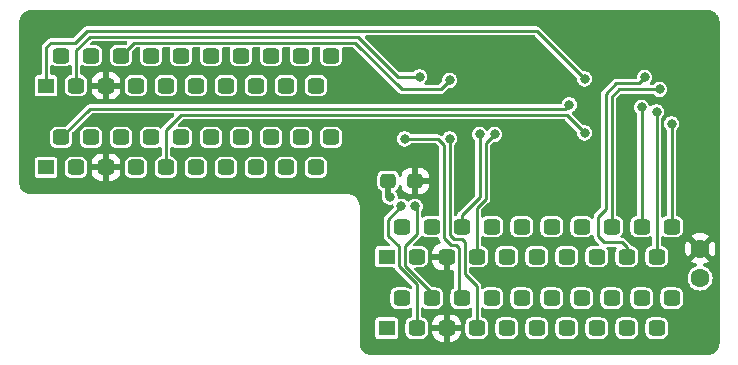
<source format=gbl>
G04 #@! TF.GenerationSoftware,KiCad,Pcbnew,7.0.2-0*
G04 #@! TF.CreationDate,2023-08-19T01:30:15+02:00*
G04 #@! TF.ProjectId,MegaCD,4d656761-4344-42e6-9b69-6361645f7063,rev?*
G04 #@! TF.SameCoordinates,Original*
G04 #@! TF.FileFunction,Copper,L4,Bot*
G04 #@! TF.FilePolarity,Positive*
%FSLAX46Y46*%
G04 Gerber Fmt 4.6, Leading zero omitted, Abs format (unit mm)*
G04 Created by KiCad (PCBNEW 7.0.2-0) date 2023-08-19 01:30:15*
%MOMM*%
%LPD*%
G01*
G04 APERTURE LIST*
G04 Aperture macros list*
%AMRoundRect*
0 Rectangle with rounded corners*
0 $1 Rounding radius*
0 $2 $3 $4 $5 $6 $7 $8 $9 X,Y pos of 4 corners*
0 Add a 4 corners polygon primitive as box body*
4,1,4,$2,$3,$4,$5,$6,$7,$8,$9,$2,$3,0*
0 Add four circle primitives for the rounded corners*
1,1,$1+$1,$2,$3*
1,1,$1+$1,$4,$5*
1,1,$1+$1,$6,$7*
1,1,$1+$1,$8,$9*
0 Add four rect primitives between the rounded corners*
20,1,$1+$1,$2,$3,$4,$5,0*
20,1,$1+$1,$4,$5,$6,$7,0*
20,1,$1+$1,$6,$7,$8,$9,0*
20,1,$1+$1,$8,$9,$2,$3,0*%
G04 Aperture macros list end*
G04 #@! TA.AperFunction,SMDPad,CuDef*
%ADD10RoundRect,0.255319X-0.394681X-0.344681X0.394681X-0.344681X0.394681X0.344681X-0.394681X0.344681X0*%
G04 #@! TD*
G04 #@! TA.AperFunction,ComponentPad*
%ADD11R,1.400000X1.300000*%
G04 #@! TD*
G04 #@! TA.AperFunction,ComponentPad*
%ADD12RoundRect,0.325000X0.375000X-0.325000X0.375000X0.325000X-0.375000X0.325000X-0.375000X-0.325000X0*%
G04 #@! TD*
G04 #@! TA.AperFunction,ComponentPad*
%ADD13C,1.600000*%
G04 #@! TD*
G04 #@! TA.AperFunction,ViaPad*
%ADD14C,0.800000*%
G04 #@! TD*
G04 #@! TA.AperFunction,Conductor*
%ADD15C,0.500000*%
G04 #@! TD*
G04 #@! TA.AperFunction,Conductor*
%ADD16C,0.250000*%
G04 #@! TD*
G04 APERTURE END LIST*
D10*
X148336000Y-118364000D03*
X150622000Y-118364000D03*
D11*
X119380000Y-117221000D03*
D12*
X120650000Y-114681000D03*
X121920000Y-117221000D03*
X123190000Y-114681000D03*
X124460000Y-117221000D03*
X125730000Y-114681000D03*
X127000000Y-117221000D03*
X128270000Y-114681000D03*
X129540000Y-117221000D03*
X130810000Y-114681000D03*
X132080000Y-117221000D03*
X133350000Y-114681000D03*
X134620000Y-117221000D03*
X135890000Y-114681000D03*
X137160000Y-117221000D03*
X138430000Y-114681000D03*
X139700000Y-117221000D03*
X140970000Y-114681000D03*
X142240000Y-117221000D03*
X143510000Y-114681000D03*
D13*
X174752000Y-126599000D03*
X174752000Y-124099000D03*
D11*
X148209000Y-124790200D03*
D12*
X149479000Y-122250200D03*
X150749000Y-124790200D03*
X152019000Y-122250200D03*
X153289000Y-124790200D03*
X154559000Y-122250200D03*
X155829000Y-124790200D03*
X157099000Y-122250200D03*
X158369000Y-124790200D03*
X159639000Y-122250200D03*
X160909000Y-124790200D03*
X162179000Y-122250200D03*
X163449000Y-124790200D03*
X164719000Y-122250200D03*
X165989000Y-124790200D03*
X167259000Y-122250200D03*
X168529000Y-124790200D03*
X169799000Y-122250200D03*
X171069000Y-124790200D03*
X172339000Y-122250200D03*
D11*
X119380000Y-110312200D03*
D12*
X120650000Y-107772200D03*
X121920000Y-110312200D03*
X123190000Y-107772200D03*
X124460000Y-110312200D03*
X125730000Y-107772200D03*
X127000000Y-110312200D03*
X128270000Y-107772200D03*
X129540000Y-110312200D03*
X130810000Y-107772200D03*
X132080000Y-110312200D03*
X133350000Y-107772200D03*
X134620000Y-110312200D03*
X135890000Y-107772200D03*
X137160000Y-110312200D03*
X138430000Y-107772200D03*
X139700000Y-110312200D03*
X140970000Y-107772200D03*
X142240000Y-110312200D03*
X143510000Y-107772200D03*
D11*
X148209000Y-130835400D03*
D12*
X149479000Y-128295400D03*
X150749000Y-130835400D03*
X152019000Y-128295400D03*
X153289000Y-130835400D03*
X154559000Y-128295400D03*
X155829000Y-130835400D03*
X157099000Y-128295400D03*
X158369000Y-130835400D03*
X159639000Y-128295400D03*
X160909000Y-130835400D03*
X162179000Y-128295400D03*
X163449000Y-130835400D03*
X164719000Y-128295400D03*
X165989000Y-130835400D03*
X167259000Y-128295400D03*
X168529000Y-130835400D03*
X169799000Y-128295400D03*
X171069000Y-130835400D03*
X172339000Y-128295400D03*
D14*
X164719000Y-126492000D03*
X157099000Y-126492000D03*
X146304000Y-115189000D03*
X146812000Y-104648000D03*
X175133000Y-105156000D03*
X174879000Y-131572000D03*
X129540000Y-108839000D03*
X144272000Y-110236000D03*
X172593000Y-109728000D03*
X154813000Y-109855000D03*
X148488299Y-119735701D03*
X156083000Y-114427000D03*
X150622000Y-120523000D03*
X149468299Y-120512299D03*
X153543000Y-114808000D03*
X149733000Y-114808000D03*
X151003000Y-109556000D03*
X153543000Y-109855000D03*
X157353000Y-114427000D03*
X164973000Y-109728000D03*
X172339000Y-113538000D03*
X171069000Y-112522000D03*
X169799000Y-112141000D03*
X170053000Y-109601000D03*
X171323000Y-110617000D03*
X164973000Y-114300000D03*
X163666806Y-111923194D03*
D15*
X147066000Y-106426000D02*
X147320000Y-106426000D01*
X148488299Y-119735701D02*
X148336000Y-119583402D01*
X148336000Y-119583402D02*
X148336000Y-118364000D01*
X153797000Y-106426000D02*
X147066000Y-106426000D01*
X154813000Y-109855000D02*
X154813000Y-107442000D01*
X153924000Y-106553000D02*
X153797000Y-106426000D01*
X154813000Y-107442000D02*
X153924000Y-106553000D01*
D16*
X156083000Y-114427000D02*
X156083000Y-119761000D01*
X156083000Y-119761000D02*
X154559000Y-121285000D01*
X154559000Y-121285000D02*
X154559000Y-122250200D01*
X150749000Y-122872800D02*
X149733000Y-123888800D01*
X149733000Y-125577842D02*
X152019000Y-127863842D01*
X152019000Y-127863842D02*
X152019000Y-128295400D01*
X150749000Y-120650000D02*
X150749000Y-122872800D01*
X150622000Y-120523000D02*
X150749000Y-120650000D01*
X149733000Y-123888800D02*
X149733000Y-125577842D01*
X149225000Y-123888500D02*
X149225000Y-125603000D01*
X148336000Y-121644599D02*
X148336000Y-122999500D01*
X149468299Y-120512299D02*
X148336000Y-121644599D01*
X148336000Y-122999500D02*
X149225000Y-123888500D01*
X150749000Y-127127000D02*
X150749000Y-130835400D01*
X149225000Y-125603000D02*
X150749000Y-127127000D01*
X154813000Y-123571000D02*
X154813000Y-126238000D01*
X154813000Y-126238000D02*
X155829000Y-127254000D01*
X153543000Y-122936000D02*
X153924000Y-123317000D01*
X153543000Y-114808000D02*
X153543000Y-122936000D01*
X155829000Y-127254000D02*
X155829000Y-130835400D01*
X154559000Y-123317000D02*
X154813000Y-123571000D01*
X153924000Y-123317000D02*
X154559000Y-123317000D01*
X154559000Y-128016000D02*
X154559000Y-128295400D01*
X153035000Y-115316000D02*
X153035000Y-123190000D01*
X153670000Y-123825000D02*
X154051000Y-123825000D01*
X154305000Y-127762000D02*
X154559000Y-128016000D01*
X153035000Y-123190000D02*
X153670000Y-123825000D01*
X152527000Y-114808000D02*
X153035000Y-115316000D01*
X149733000Y-114808000D02*
X152527000Y-114808000D01*
X154051000Y-123825000D02*
X154305000Y-124079000D01*
X154305000Y-124079000D02*
X154305000Y-127762000D01*
X145796000Y-106172000D02*
X123063000Y-106172000D01*
X121920000Y-107315000D02*
X121920000Y-110312200D01*
X123063000Y-106172000D02*
X121920000Y-107315000D01*
X151003000Y-109556000D02*
X149180000Y-109556000D01*
X149180000Y-109556000D02*
X145796000Y-106172000D01*
X143252000Y-106676000D02*
X143256000Y-106680000D01*
X125730000Y-107772200D02*
X126826200Y-106676000D01*
X126826200Y-106676000D02*
X143252000Y-106676000D01*
X149479000Y-110617000D02*
X152781000Y-110617000D01*
X145542000Y-106680000D02*
X149479000Y-110617000D01*
X152781000Y-110617000D02*
X153543000Y-109855000D01*
X143256000Y-106680000D02*
X145542000Y-106680000D01*
X156591000Y-119900579D02*
X155829000Y-120662579D01*
X157353000Y-114427000D02*
X156591000Y-115189000D01*
X156591000Y-115189000D02*
X156591000Y-119900579D01*
X155829000Y-120662579D02*
X155829000Y-124790200D01*
X160909000Y-105664000D02*
X164973000Y-109728000D01*
X122809000Y-105664000D02*
X160909000Y-105664000D01*
X119761000Y-106680000D02*
X121793000Y-106680000D01*
X119380000Y-107061000D02*
X119761000Y-106680000D01*
X119380000Y-110312200D02*
X119380000Y-107061000D01*
X121793000Y-106680000D02*
X122809000Y-105664000D01*
X172339000Y-122250200D02*
X172339000Y-113538000D01*
X171069000Y-124790200D02*
X171069000Y-112522000D01*
X169799000Y-122250200D02*
X169799000Y-112141000D01*
X167640000Y-110109000D02*
X166751000Y-110998000D01*
X168529000Y-123952000D02*
X168529000Y-124790200D01*
X166751000Y-110998000D02*
X166751000Y-120777000D01*
X169545000Y-110109000D02*
X167640000Y-110109000D01*
X166116000Y-121412000D02*
X166116000Y-123063000D01*
X168148000Y-123571000D02*
X168529000Y-123952000D01*
X166751000Y-120777000D02*
X166116000Y-121412000D01*
X166624000Y-123571000D02*
X168148000Y-123571000D01*
X170053000Y-109601000D02*
X169545000Y-110109000D01*
X166116000Y-123063000D02*
X166624000Y-123571000D01*
X167894000Y-110617000D02*
X167259000Y-111252000D01*
X167259000Y-111252000D02*
X167259000Y-122250200D01*
X171323000Y-110617000D02*
X167894000Y-110617000D01*
X129540000Y-117221000D02*
X129540000Y-114046000D01*
X129540000Y-114046000D02*
X130810000Y-112776000D01*
X130810000Y-112776000D02*
X163449000Y-112776000D01*
X163449000Y-112776000D02*
X164973000Y-114300000D01*
X163322000Y-112268000D02*
X163666806Y-111923194D01*
X120650000Y-114681000D02*
X123063000Y-112268000D01*
X123063000Y-112268000D02*
X163322000Y-112268000D01*
G04 #@! TA.AperFunction,Conductor*
G36*
X175392393Y-103886971D02*
G01*
X175432477Y-103890478D01*
X175561732Y-103903209D01*
X175581644Y-103906832D01*
X175647302Y-103924425D01*
X175651179Y-103925532D01*
X175744384Y-103953806D01*
X175760778Y-103960079D01*
X175827720Y-103991294D01*
X175833710Y-103994288D01*
X175914535Y-104037490D01*
X175927173Y-104045254D01*
X175989366Y-104088802D01*
X175996886Y-104094508D01*
X176066299Y-104151474D01*
X176075315Y-104159646D01*
X176129352Y-104213683D01*
X176137524Y-104222699D01*
X176194490Y-104292112D01*
X176200203Y-104299641D01*
X176243739Y-104361817D01*
X176251514Y-104374474D01*
X176294696Y-104455261D01*
X176297712Y-104461295D01*
X176328917Y-104528215D01*
X176335196Y-104544625D01*
X176363462Y-104637808D01*
X176364576Y-104641708D01*
X176382163Y-104707343D01*
X176385791Y-104727282D01*
X176398523Y-104856546D01*
X176402031Y-104896640D01*
X176402500Y-104907403D01*
X176402500Y-132074585D01*
X176402028Y-132085393D01*
X176398523Y-132125451D01*
X176385791Y-132254719D01*
X176382164Y-132274652D01*
X176364576Y-132340290D01*
X176363462Y-132344190D01*
X176335196Y-132437373D01*
X176328917Y-132453783D01*
X176297712Y-132520703D01*
X176294688Y-132526753D01*
X176251516Y-132607521D01*
X176243733Y-132620191D01*
X176200212Y-132682345D01*
X176194490Y-132689886D01*
X176137524Y-132759299D01*
X176129352Y-132768315D01*
X176075315Y-132822352D01*
X176066299Y-132830524D01*
X175996886Y-132887490D01*
X175989345Y-132893212D01*
X175927191Y-132936733D01*
X175914521Y-132944516D01*
X175833753Y-132987688D01*
X175827703Y-132990712D01*
X175760783Y-133021917D01*
X175744373Y-133028196D01*
X175651190Y-133056462D01*
X175647290Y-133057576D01*
X175581655Y-133075163D01*
X175561716Y-133078791D01*
X175432453Y-133091523D01*
X175423215Y-133092331D01*
X175392360Y-133095031D01*
X175381596Y-133095500D01*
X146944414Y-133095500D01*
X146933606Y-133095028D01*
X146893547Y-133091523D01*
X146764279Y-133078791D01*
X146744346Y-133075164D01*
X146678708Y-133057576D01*
X146674808Y-133056462D01*
X146581625Y-133028196D01*
X146565215Y-133021917D01*
X146498295Y-132990712D01*
X146492261Y-132987696D01*
X146411474Y-132944514D01*
X146398817Y-132936739D01*
X146336641Y-132893203D01*
X146329112Y-132887490D01*
X146259699Y-132830524D01*
X146250683Y-132822352D01*
X146196646Y-132768315D01*
X146188474Y-132759299D01*
X146131508Y-132689886D01*
X146125802Y-132682366D01*
X146082254Y-132620173D01*
X146074490Y-132607535D01*
X146031288Y-132526710D01*
X146028294Y-132520720D01*
X145997079Y-132453778D01*
X145990806Y-132437384D01*
X145962532Y-132344179D01*
X145961422Y-132340290D01*
X145943835Y-132274655D01*
X145943834Y-132274652D01*
X145943834Y-132274649D01*
X145940208Y-132254719D01*
X145927478Y-132125477D01*
X145923968Y-132085359D01*
X145923500Y-132074599D01*
X145923500Y-131510074D01*
X147258500Y-131510074D01*
X147273033Y-131583138D01*
X147273033Y-131583139D01*
X147273034Y-131583140D01*
X147328399Y-131666001D01*
X147411260Y-131721366D01*
X147447792Y-131728633D01*
X147484325Y-131735900D01*
X147484326Y-131735900D01*
X148933675Y-131735900D01*
X148958029Y-131731055D01*
X149006740Y-131721366D01*
X149089601Y-131666001D01*
X149144966Y-131583140D01*
X149159500Y-131510074D01*
X149159500Y-130160726D01*
X149144966Y-130087660D01*
X149089601Y-130004799D01*
X149006740Y-129949434D01*
X149006739Y-129949433D01*
X149006738Y-129949433D01*
X148933675Y-129934900D01*
X148933674Y-129934900D01*
X147484326Y-129934900D01*
X147484325Y-129934900D01*
X147411261Y-129949433D01*
X147328399Y-130004799D01*
X147273033Y-130087661D01*
X147258500Y-130160725D01*
X147258500Y-131510074D01*
X145923500Y-131510074D01*
X145923500Y-125464874D01*
X147258500Y-125464874D01*
X147273033Y-125537938D01*
X147273033Y-125537939D01*
X147273034Y-125537940D01*
X147328399Y-125620801D01*
X147411260Y-125676166D01*
X147426347Y-125679167D01*
X147484325Y-125690700D01*
X147484326Y-125690700D01*
X148771614Y-125690700D01*
X148838653Y-125710385D01*
X148880669Y-125755684D01*
X148889155Y-125771366D01*
X148889829Y-125772611D01*
X148892171Y-125777162D01*
X148918634Y-125831292D01*
X148918777Y-125831482D01*
X148924579Y-125836824D01*
X148924581Y-125836826D01*
X148963108Y-125872293D01*
X148966779Y-125875816D01*
X150337182Y-127246219D01*
X150370666Y-127307540D01*
X150373500Y-127333898D01*
X150373500Y-127392177D01*
X150353815Y-127459216D01*
X150301011Y-127504971D01*
X150231853Y-127514915D01*
X150174014Y-127490553D01*
X150144233Y-127467702D01*
X150108498Y-127452900D01*
X150004236Y-127409713D01*
X149945356Y-127401961D01*
X149895739Y-127395429D01*
X149895737Y-127395428D01*
X149891720Y-127394900D01*
X149066280Y-127394900D01*
X149062263Y-127395428D01*
X149062260Y-127395429D01*
X148953764Y-127409713D01*
X148813768Y-127467701D01*
X148693549Y-127559949D01*
X148601301Y-127680168D01*
X148584500Y-127720730D01*
X148543313Y-127820164D01*
X148528500Y-127932680D01*
X148528500Y-128658120D01*
X148543313Y-128770636D01*
X148601302Y-128910633D01*
X148693549Y-129030851D01*
X148813767Y-129123098D01*
X148953764Y-129181087D01*
X149066280Y-129195900D01*
X149070333Y-129195900D01*
X149887667Y-129195900D01*
X149891720Y-129195900D01*
X150004236Y-129181087D01*
X150144233Y-129123098D01*
X150174012Y-129100247D01*
X150239182Y-129075052D01*
X150307627Y-129089090D01*
X150357617Y-129137903D01*
X150373500Y-129198622D01*
X150373500Y-129821255D01*
X150353815Y-129888294D01*
X150301011Y-129934049D01*
X150265685Y-129944194D01*
X150223764Y-129949712D01*
X150083768Y-130007701D01*
X149963549Y-130099949D01*
X149871301Y-130220168D01*
X149813312Y-130360163D01*
X149813313Y-130360164D01*
X149798500Y-130472680D01*
X149798500Y-131198120D01*
X149799028Y-131202137D01*
X149799029Y-131202139D01*
X149813313Y-131310635D01*
X149869621Y-131446576D01*
X149871302Y-131450633D01*
X149963549Y-131570851D01*
X150083767Y-131663098D01*
X150223764Y-131721087D01*
X150336280Y-131735900D01*
X150340333Y-131735900D01*
X151157667Y-131735900D01*
X151161720Y-131735900D01*
X151274236Y-131721087D01*
X151414233Y-131663098D01*
X151534451Y-131570851D01*
X151626698Y-131450633D01*
X151684687Y-131310636D01*
X151695297Y-131230046D01*
X152089000Y-131230046D01*
X152089141Y-131234235D01*
X152091731Y-131272431D01*
X152135040Y-131446576D01*
X152214771Y-131607340D01*
X152327197Y-131747202D01*
X152467059Y-131859628D01*
X152627823Y-131939359D01*
X152801968Y-131982668D01*
X152840164Y-131985258D01*
X152844354Y-131985400D01*
X153039000Y-131985400D01*
X153039000Y-131151085D01*
X153050955Y-131163041D01*
X153163852Y-131220565D01*
X153257519Y-131235400D01*
X153320481Y-131235400D01*
X153414148Y-131220565D01*
X153527045Y-131163041D01*
X153539000Y-131151086D01*
X153539000Y-131985400D01*
X153733646Y-131985400D01*
X153737835Y-131985258D01*
X153776031Y-131982668D01*
X153950176Y-131939359D01*
X154110940Y-131859628D01*
X154250802Y-131747202D01*
X154363228Y-131607340D01*
X154442959Y-131446576D01*
X154486268Y-131272431D01*
X154488858Y-131234235D01*
X154489000Y-131230046D01*
X154489000Y-131085400D01*
X153604686Y-131085400D01*
X153616641Y-131073445D01*
X153674165Y-130960548D01*
X153693986Y-130835400D01*
X153674165Y-130710252D01*
X153616641Y-130597355D01*
X153604686Y-130585400D01*
X154489000Y-130585400D01*
X154489000Y-130440753D01*
X154488858Y-130436564D01*
X154486268Y-130398368D01*
X154442959Y-130224223D01*
X154363228Y-130063459D01*
X154250802Y-129923597D01*
X154110940Y-129811171D01*
X153950176Y-129731440D01*
X153776031Y-129688131D01*
X153737835Y-129685541D01*
X153733646Y-129685400D01*
X153539000Y-129685400D01*
X153539000Y-130519713D01*
X153527045Y-130507759D01*
X153414148Y-130450235D01*
X153320481Y-130435400D01*
X153257519Y-130435400D01*
X153163852Y-130450235D01*
X153050955Y-130507759D01*
X153039000Y-130519713D01*
X153039000Y-129685400D01*
X152844354Y-129685400D01*
X152840164Y-129685541D01*
X152801968Y-129688131D01*
X152627823Y-129731440D01*
X152467059Y-129811171D01*
X152327197Y-129923597D01*
X152214771Y-130063459D01*
X152135040Y-130224223D01*
X152091731Y-130398368D01*
X152089141Y-130436564D01*
X152089000Y-130440753D01*
X152089000Y-130585400D01*
X152973314Y-130585400D01*
X152961359Y-130597355D01*
X152903835Y-130710252D01*
X152884014Y-130835400D01*
X152903835Y-130960548D01*
X152961359Y-131073445D01*
X152973314Y-131085400D01*
X152089000Y-131085400D01*
X152089000Y-131230046D01*
X151695297Y-131230046D01*
X151699500Y-131198120D01*
X151699500Y-130472680D01*
X151684687Y-130360164D01*
X151626698Y-130220167D01*
X151534451Y-130099949D01*
X151414233Y-130007702D01*
X151407225Y-130004799D01*
X151274235Y-129949712D01*
X151232315Y-129944194D01*
X151168418Y-129915928D01*
X151129947Y-129857603D01*
X151124500Y-129821255D01*
X151124500Y-129198622D01*
X151144185Y-129131583D01*
X151196989Y-129085828D01*
X151266147Y-129075884D01*
X151323987Y-129100247D01*
X151353767Y-129123098D01*
X151493764Y-129181087D01*
X151606280Y-129195900D01*
X151610333Y-129195900D01*
X152427667Y-129195900D01*
X152431720Y-129195900D01*
X152544236Y-129181087D01*
X152684233Y-129123098D01*
X152804451Y-129030851D01*
X152896698Y-128910633D01*
X152954687Y-128770636D01*
X152969500Y-128658120D01*
X152969500Y-127932680D01*
X152954687Y-127820164D01*
X152896698Y-127680167D01*
X152804451Y-127559949D01*
X152684233Y-127467702D01*
X152544236Y-127409713D01*
X152485356Y-127401961D01*
X152435739Y-127395429D01*
X152435737Y-127395428D01*
X152431720Y-127394900D01*
X152427667Y-127394900D01*
X152132457Y-127394900D01*
X152065418Y-127375215D01*
X152044776Y-127358581D01*
X150588577Y-125902381D01*
X150555092Y-125841058D01*
X150560076Y-125771366D01*
X150601948Y-125715433D01*
X150667412Y-125691016D01*
X150676258Y-125690700D01*
X151157667Y-125690700D01*
X151161720Y-125690700D01*
X151274236Y-125675887D01*
X151414233Y-125617898D01*
X151534451Y-125525651D01*
X151626698Y-125405433D01*
X151684687Y-125265436D01*
X151699500Y-125152920D01*
X151699500Y-124427480D01*
X151684687Y-124314964D01*
X151626698Y-124174967D01*
X151534451Y-124054749D01*
X151414233Y-123962502D01*
X151274236Y-123904513D01*
X151186262Y-123892931D01*
X151165739Y-123890229D01*
X151165737Y-123890228D01*
X151161720Y-123889700D01*
X150562498Y-123889700D01*
X150495459Y-123870015D01*
X150449704Y-123817211D01*
X150439760Y-123748053D01*
X150468785Y-123684497D01*
X150474817Y-123678019D01*
X150612950Y-123539886D01*
X150977892Y-123174944D01*
X150997743Y-123158824D01*
X151006836Y-123152884D01*
X151026280Y-123127901D01*
X151036453Y-123116384D01*
X151036520Y-123116318D01*
X151048619Y-123099370D01*
X151051641Y-123095315D01*
X151083809Y-123053989D01*
X151083809Y-123053987D01*
X151096525Y-123037652D01*
X151100033Y-123040382D01*
X151117973Y-123015039D01*
X151182764Y-122988888D01*
X151251408Y-123001918D01*
X151270385Y-123013917D01*
X151322431Y-123053853D01*
X151353767Y-123077898D01*
X151493764Y-123135887D01*
X151606280Y-123150700D01*
X151610333Y-123150700D01*
X152427667Y-123150700D01*
X152431720Y-123150700D01*
X152524331Y-123138507D01*
X152593364Y-123149272D01*
X152645620Y-123195652D01*
X152662822Y-123241025D01*
X152662916Y-123241588D01*
X152663657Y-123246670D01*
X152671107Y-123306438D01*
X152671185Y-123306682D01*
X152699827Y-123359608D01*
X152702171Y-123364162D01*
X152728634Y-123418292D01*
X152728779Y-123418485D01*
X152766860Y-123453541D01*
X152802851Y-123513427D01*
X152800752Y-123583266D01*
X152761228Y-123640882D01*
X152712805Y-123665105D01*
X152627826Y-123686238D01*
X152467059Y-123765971D01*
X152327197Y-123878397D01*
X152214771Y-124018259D01*
X152135040Y-124179023D01*
X152091731Y-124353168D01*
X152089141Y-124391364D01*
X152089000Y-124395553D01*
X152089000Y-124540200D01*
X152973314Y-124540200D01*
X152961359Y-124552155D01*
X152903835Y-124665052D01*
X152884014Y-124790200D01*
X152903835Y-124915348D01*
X152961359Y-125028245D01*
X152973314Y-125040200D01*
X152089000Y-125040200D01*
X152089000Y-125184846D01*
X152089141Y-125189035D01*
X152091731Y-125227231D01*
X152135040Y-125401376D01*
X152214771Y-125562140D01*
X152327197Y-125702002D01*
X152467059Y-125814428D01*
X152627823Y-125894159D01*
X152801968Y-125937468D01*
X152840164Y-125940058D01*
X152844354Y-125940200D01*
X153039000Y-125940200D01*
X153039000Y-125105885D01*
X153050955Y-125117841D01*
X153163852Y-125175365D01*
X153257519Y-125190200D01*
X153320481Y-125190200D01*
X153414148Y-125175365D01*
X153527045Y-125117841D01*
X153539000Y-125105886D01*
X153539000Y-125940200D01*
X153733646Y-125940200D01*
X153737835Y-125940058D01*
X153786950Y-125936728D01*
X153787040Y-125938063D01*
X153845371Y-125940501D01*
X153902521Y-125980696D01*
X153928868Y-126045408D01*
X153929500Y-126057916D01*
X153929500Y-127379133D01*
X153909815Y-127446172D01*
X153880988Y-127477507D01*
X153831154Y-127515747D01*
X153773549Y-127559949D01*
X153681301Y-127680168D01*
X153664500Y-127720730D01*
X153623313Y-127820164D01*
X153608500Y-127932680D01*
X153608500Y-128658120D01*
X153623313Y-128770636D01*
X153681302Y-128910633D01*
X153773549Y-129030851D01*
X153893767Y-129123098D01*
X154033764Y-129181087D01*
X154146280Y-129195900D01*
X154150333Y-129195900D01*
X154967667Y-129195900D01*
X154971720Y-129195900D01*
X155084236Y-129181087D01*
X155224233Y-129123098D01*
X155254012Y-129100247D01*
X155319182Y-129075052D01*
X155387627Y-129089090D01*
X155437617Y-129137903D01*
X155453500Y-129198622D01*
X155453500Y-129821255D01*
X155433815Y-129888294D01*
X155381011Y-129934049D01*
X155345685Y-129944194D01*
X155303764Y-129949712D01*
X155163768Y-130007701D01*
X155043549Y-130099949D01*
X154951301Y-130220168D01*
X154893312Y-130360163D01*
X154893313Y-130360164D01*
X154878500Y-130472680D01*
X154878500Y-131198120D01*
X154879028Y-131202137D01*
X154879029Y-131202139D01*
X154893313Y-131310635D01*
X154949621Y-131446576D01*
X154951302Y-131450633D01*
X155043549Y-131570851D01*
X155163767Y-131663098D01*
X155303764Y-131721087D01*
X155416280Y-131735900D01*
X155420333Y-131735900D01*
X156237667Y-131735900D01*
X156241720Y-131735900D01*
X156354236Y-131721087D01*
X156494233Y-131663098D01*
X156614451Y-131570851D01*
X156706698Y-131450633D01*
X156764687Y-131310636D01*
X156779500Y-131198120D01*
X157418500Y-131198120D01*
X157419028Y-131202137D01*
X157419029Y-131202139D01*
X157433313Y-131310635D01*
X157489621Y-131446576D01*
X157491302Y-131450633D01*
X157583549Y-131570851D01*
X157703767Y-131663098D01*
X157843764Y-131721087D01*
X157956280Y-131735900D01*
X157960333Y-131735900D01*
X158777667Y-131735900D01*
X158781720Y-131735900D01*
X158894236Y-131721087D01*
X159034233Y-131663098D01*
X159154451Y-131570851D01*
X159246698Y-131450633D01*
X159304687Y-131310636D01*
X159319500Y-131198120D01*
X159958500Y-131198120D01*
X159959028Y-131202137D01*
X159959029Y-131202139D01*
X159973313Y-131310635D01*
X160029621Y-131446576D01*
X160031302Y-131450633D01*
X160123549Y-131570851D01*
X160243767Y-131663098D01*
X160383764Y-131721087D01*
X160496280Y-131735900D01*
X160500333Y-131735900D01*
X161317667Y-131735900D01*
X161321720Y-131735900D01*
X161434236Y-131721087D01*
X161574233Y-131663098D01*
X161694451Y-131570851D01*
X161786698Y-131450633D01*
X161844687Y-131310636D01*
X161859500Y-131198120D01*
X162498500Y-131198120D01*
X162499028Y-131202137D01*
X162499029Y-131202139D01*
X162513313Y-131310635D01*
X162569621Y-131446576D01*
X162571302Y-131450633D01*
X162663549Y-131570851D01*
X162783767Y-131663098D01*
X162923764Y-131721087D01*
X163036280Y-131735900D01*
X163040333Y-131735900D01*
X163857667Y-131735900D01*
X163861720Y-131735900D01*
X163974236Y-131721087D01*
X164114233Y-131663098D01*
X164234451Y-131570851D01*
X164326698Y-131450633D01*
X164384687Y-131310636D01*
X164399500Y-131198120D01*
X165038500Y-131198120D01*
X165039028Y-131202137D01*
X165039029Y-131202139D01*
X165053313Y-131310635D01*
X165109621Y-131446576D01*
X165111302Y-131450633D01*
X165203549Y-131570851D01*
X165323767Y-131663098D01*
X165463764Y-131721087D01*
X165576280Y-131735900D01*
X165580333Y-131735900D01*
X166397667Y-131735900D01*
X166401720Y-131735900D01*
X166514236Y-131721087D01*
X166654233Y-131663098D01*
X166774451Y-131570851D01*
X166866698Y-131450633D01*
X166924687Y-131310636D01*
X166939500Y-131198120D01*
X167578500Y-131198120D01*
X167579028Y-131202137D01*
X167579029Y-131202139D01*
X167593313Y-131310635D01*
X167649621Y-131446576D01*
X167651302Y-131450633D01*
X167743549Y-131570851D01*
X167863767Y-131663098D01*
X168003764Y-131721087D01*
X168116280Y-131735900D01*
X168120333Y-131735900D01*
X168937667Y-131735900D01*
X168941720Y-131735900D01*
X169054236Y-131721087D01*
X169194233Y-131663098D01*
X169314451Y-131570851D01*
X169406698Y-131450633D01*
X169464687Y-131310636D01*
X169479500Y-131198120D01*
X170118500Y-131198120D01*
X170119028Y-131202137D01*
X170119029Y-131202139D01*
X170133313Y-131310635D01*
X170189621Y-131446576D01*
X170191302Y-131450633D01*
X170283549Y-131570851D01*
X170403767Y-131663098D01*
X170543764Y-131721087D01*
X170656280Y-131735900D01*
X170660333Y-131735900D01*
X171477667Y-131735900D01*
X171481720Y-131735900D01*
X171594236Y-131721087D01*
X171734233Y-131663098D01*
X171854451Y-131570851D01*
X171946698Y-131450633D01*
X172004687Y-131310636D01*
X172019500Y-131198120D01*
X172019500Y-130472680D01*
X172004687Y-130360164D01*
X171946698Y-130220167D01*
X171854451Y-130099949D01*
X171734233Y-130007702D01*
X171594236Y-129949713D01*
X171535356Y-129941961D01*
X171485739Y-129935429D01*
X171485737Y-129935428D01*
X171481720Y-129934900D01*
X170656280Y-129934900D01*
X170652263Y-129935428D01*
X170652260Y-129935429D01*
X170543764Y-129949713D01*
X170403768Y-130007701D01*
X170283549Y-130099949D01*
X170191301Y-130220168D01*
X170133312Y-130360163D01*
X170133313Y-130360164D01*
X170118500Y-130472680D01*
X170118500Y-131198120D01*
X169479500Y-131198120D01*
X169479500Y-130472680D01*
X169464687Y-130360164D01*
X169406698Y-130220167D01*
X169314451Y-130099949D01*
X169194233Y-130007702D01*
X169054236Y-129949713D01*
X168995356Y-129941961D01*
X168945739Y-129935429D01*
X168945737Y-129935428D01*
X168941720Y-129934900D01*
X168116280Y-129934900D01*
X168112263Y-129935428D01*
X168112260Y-129935429D01*
X168003764Y-129949713D01*
X167863768Y-130007701D01*
X167743549Y-130099949D01*
X167651301Y-130220168D01*
X167593313Y-130360163D01*
X167593313Y-130360164D01*
X167578500Y-130472680D01*
X167578500Y-131198120D01*
X166939500Y-131198120D01*
X166939500Y-130472680D01*
X166924687Y-130360164D01*
X166866698Y-130220167D01*
X166774451Y-130099949D01*
X166654233Y-130007702D01*
X166514236Y-129949713D01*
X166455356Y-129941961D01*
X166405739Y-129935429D01*
X166405737Y-129935428D01*
X166401720Y-129934900D01*
X165576280Y-129934900D01*
X165572263Y-129935428D01*
X165572260Y-129935429D01*
X165463764Y-129949713D01*
X165323768Y-130007701D01*
X165203549Y-130099949D01*
X165111301Y-130220168D01*
X165053312Y-130360163D01*
X165053313Y-130360164D01*
X165038500Y-130472680D01*
X165038500Y-131198120D01*
X164399500Y-131198120D01*
X164399500Y-130472680D01*
X164384687Y-130360164D01*
X164326698Y-130220167D01*
X164234451Y-130099949D01*
X164114233Y-130007702D01*
X163974236Y-129949713D01*
X163915356Y-129941961D01*
X163865739Y-129935429D01*
X163865737Y-129935428D01*
X163861720Y-129934900D01*
X163036280Y-129934900D01*
X163032263Y-129935428D01*
X163032260Y-129935429D01*
X162923764Y-129949713D01*
X162783768Y-130007701D01*
X162663549Y-130099949D01*
X162571301Y-130220168D01*
X162513313Y-130360164D01*
X162498500Y-130472680D01*
X162498500Y-131198120D01*
X161859500Y-131198120D01*
X161859500Y-130472680D01*
X161844687Y-130360164D01*
X161786698Y-130220167D01*
X161694451Y-130099949D01*
X161574233Y-130007702D01*
X161434236Y-129949713D01*
X161375356Y-129941961D01*
X161325739Y-129935429D01*
X161325737Y-129935428D01*
X161321720Y-129934900D01*
X160496280Y-129934900D01*
X160492263Y-129935428D01*
X160492260Y-129935429D01*
X160383764Y-129949713D01*
X160243768Y-130007701D01*
X160123549Y-130099949D01*
X160031301Y-130220168D01*
X159973312Y-130360163D01*
X159973313Y-130360164D01*
X159958500Y-130472680D01*
X159958500Y-131198120D01*
X159319500Y-131198120D01*
X159319500Y-130472680D01*
X159304687Y-130360164D01*
X159246698Y-130220167D01*
X159154451Y-130099949D01*
X159034233Y-130007702D01*
X158894236Y-129949713D01*
X158835356Y-129941961D01*
X158785739Y-129935429D01*
X158785737Y-129935428D01*
X158781720Y-129934900D01*
X157956280Y-129934900D01*
X157952263Y-129935428D01*
X157952260Y-129935429D01*
X157843764Y-129949713D01*
X157703768Y-130007701D01*
X157583549Y-130099949D01*
X157491301Y-130220168D01*
X157433313Y-130360163D01*
X157433313Y-130360164D01*
X157418500Y-130472680D01*
X157418500Y-131198120D01*
X156779500Y-131198120D01*
X156779500Y-130472680D01*
X156764687Y-130360164D01*
X156706698Y-130220167D01*
X156614451Y-130099949D01*
X156494233Y-130007702D01*
X156487225Y-130004799D01*
X156354235Y-129949712D01*
X156312315Y-129944194D01*
X156248418Y-129915928D01*
X156209947Y-129857603D01*
X156204500Y-129821255D01*
X156204500Y-129198622D01*
X156224185Y-129131583D01*
X156276989Y-129085828D01*
X156346147Y-129075884D01*
X156403987Y-129100247D01*
X156433767Y-129123098D01*
X156573764Y-129181087D01*
X156686280Y-129195900D01*
X156690333Y-129195900D01*
X157507667Y-129195900D01*
X157511720Y-129195900D01*
X157624236Y-129181087D01*
X157764233Y-129123098D01*
X157884451Y-129030851D01*
X157976698Y-128910633D01*
X158034687Y-128770636D01*
X158049500Y-128658120D01*
X158688500Y-128658120D01*
X158703313Y-128770636D01*
X158761302Y-128910633D01*
X158853549Y-129030851D01*
X158973767Y-129123098D01*
X159113764Y-129181087D01*
X159226280Y-129195900D01*
X159230333Y-129195900D01*
X160047667Y-129195900D01*
X160051720Y-129195900D01*
X160164236Y-129181087D01*
X160304233Y-129123098D01*
X160424451Y-129030851D01*
X160516698Y-128910633D01*
X160574687Y-128770636D01*
X160589500Y-128658120D01*
X161228500Y-128658120D01*
X161243313Y-128770636D01*
X161301302Y-128910633D01*
X161393549Y-129030851D01*
X161513767Y-129123098D01*
X161653764Y-129181087D01*
X161766280Y-129195900D01*
X161770333Y-129195900D01*
X162587667Y-129195900D01*
X162591720Y-129195900D01*
X162704236Y-129181087D01*
X162844233Y-129123098D01*
X162964451Y-129030851D01*
X163056698Y-128910633D01*
X163114687Y-128770636D01*
X163129500Y-128658120D01*
X163768500Y-128658120D01*
X163783313Y-128770636D01*
X163841302Y-128910633D01*
X163933549Y-129030851D01*
X164053767Y-129123098D01*
X164193764Y-129181087D01*
X164306280Y-129195900D01*
X164310333Y-129195900D01*
X165127667Y-129195900D01*
X165131720Y-129195900D01*
X165244236Y-129181087D01*
X165384233Y-129123098D01*
X165504451Y-129030851D01*
X165596698Y-128910633D01*
X165654687Y-128770636D01*
X165669500Y-128658120D01*
X166308500Y-128658120D01*
X166323313Y-128770636D01*
X166381302Y-128910633D01*
X166473549Y-129030851D01*
X166593767Y-129123098D01*
X166733764Y-129181087D01*
X166846280Y-129195900D01*
X166850333Y-129195900D01*
X167667667Y-129195900D01*
X167671720Y-129195900D01*
X167784236Y-129181087D01*
X167924233Y-129123098D01*
X168044451Y-129030851D01*
X168136698Y-128910633D01*
X168194687Y-128770636D01*
X168209500Y-128658120D01*
X168848500Y-128658120D01*
X168863313Y-128770636D01*
X168921302Y-128910633D01*
X169013549Y-129030851D01*
X169133767Y-129123098D01*
X169273764Y-129181087D01*
X169386280Y-129195900D01*
X169390333Y-129195900D01*
X170207667Y-129195900D01*
X170211720Y-129195900D01*
X170324236Y-129181087D01*
X170464233Y-129123098D01*
X170584451Y-129030851D01*
X170676698Y-128910633D01*
X170734687Y-128770636D01*
X170749500Y-128658120D01*
X171388500Y-128658120D01*
X171403313Y-128770636D01*
X171461302Y-128910633D01*
X171553549Y-129030851D01*
X171673767Y-129123098D01*
X171813764Y-129181087D01*
X171926280Y-129195900D01*
X171930333Y-129195900D01*
X172747667Y-129195900D01*
X172751720Y-129195900D01*
X172864236Y-129181087D01*
X173004233Y-129123098D01*
X173124451Y-129030851D01*
X173216698Y-128910633D01*
X173274687Y-128770636D01*
X173289500Y-128658120D01*
X173289500Y-127932680D01*
X173274687Y-127820164D01*
X173216698Y-127680167D01*
X173124451Y-127559949D01*
X173004233Y-127467702D01*
X172864236Y-127409713D01*
X172805356Y-127401961D01*
X172755739Y-127395429D01*
X172755737Y-127395428D01*
X172751720Y-127394900D01*
X171926280Y-127394900D01*
X171922263Y-127395428D01*
X171922260Y-127395429D01*
X171813764Y-127409713D01*
X171673768Y-127467701D01*
X171553549Y-127559949D01*
X171461301Y-127680168D01*
X171444500Y-127720730D01*
X171403313Y-127820164D01*
X171388500Y-127932680D01*
X171388500Y-128658120D01*
X170749500Y-128658120D01*
X170749500Y-127932680D01*
X170734687Y-127820164D01*
X170676698Y-127680167D01*
X170584451Y-127559949D01*
X170464233Y-127467702D01*
X170324236Y-127409713D01*
X170265356Y-127401961D01*
X170215739Y-127395429D01*
X170215737Y-127395428D01*
X170211720Y-127394900D01*
X169386280Y-127394900D01*
X169382263Y-127395428D01*
X169382260Y-127395429D01*
X169273764Y-127409713D01*
X169133768Y-127467701D01*
X169013549Y-127559949D01*
X168921301Y-127680168D01*
X168904500Y-127720730D01*
X168863313Y-127820164D01*
X168848500Y-127932680D01*
X168848500Y-128658120D01*
X168209500Y-128658120D01*
X168209500Y-127932680D01*
X168194687Y-127820164D01*
X168136698Y-127680167D01*
X168044451Y-127559949D01*
X167924233Y-127467702D01*
X167784236Y-127409713D01*
X167725356Y-127401961D01*
X167675739Y-127395429D01*
X167675737Y-127395428D01*
X167671720Y-127394900D01*
X166846280Y-127394900D01*
X166842263Y-127395428D01*
X166842260Y-127395429D01*
X166733764Y-127409713D01*
X166593768Y-127467701D01*
X166473549Y-127559949D01*
X166381301Y-127680168D01*
X166364500Y-127720730D01*
X166323313Y-127820164D01*
X166308500Y-127932680D01*
X166308500Y-128658120D01*
X165669500Y-128658120D01*
X165669500Y-127932680D01*
X165654687Y-127820164D01*
X165596698Y-127680167D01*
X165504451Y-127559949D01*
X165384233Y-127467702D01*
X165244236Y-127409713D01*
X165185356Y-127401961D01*
X165135739Y-127395429D01*
X165135737Y-127395428D01*
X165131720Y-127394900D01*
X164306280Y-127394900D01*
X164302263Y-127395428D01*
X164302260Y-127395429D01*
X164193764Y-127409713D01*
X164053768Y-127467701D01*
X163933549Y-127559949D01*
X163841301Y-127680168D01*
X163824500Y-127720730D01*
X163783313Y-127820164D01*
X163768500Y-127932680D01*
X163768500Y-128658120D01*
X163129500Y-128658120D01*
X163129500Y-127932680D01*
X163114687Y-127820164D01*
X163056698Y-127680167D01*
X162964451Y-127559949D01*
X162844233Y-127467702D01*
X162704236Y-127409713D01*
X162645356Y-127401961D01*
X162595739Y-127395429D01*
X162595737Y-127395428D01*
X162591720Y-127394900D01*
X161766280Y-127394900D01*
X161762263Y-127395428D01*
X161762260Y-127395429D01*
X161653764Y-127409713D01*
X161513768Y-127467701D01*
X161393549Y-127559949D01*
X161301301Y-127680168D01*
X161284500Y-127720730D01*
X161243313Y-127820164D01*
X161228500Y-127932680D01*
X161228500Y-128658120D01*
X160589500Y-128658120D01*
X160589500Y-127932680D01*
X160574687Y-127820164D01*
X160516698Y-127680167D01*
X160424451Y-127559949D01*
X160304233Y-127467702D01*
X160164236Y-127409713D01*
X160105356Y-127401961D01*
X160055739Y-127395429D01*
X160055737Y-127395428D01*
X160051720Y-127394900D01*
X159226280Y-127394900D01*
X159222263Y-127395428D01*
X159222260Y-127395429D01*
X159113764Y-127409713D01*
X158973768Y-127467701D01*
X158853549Y-127559949D01*
X158761301Y-127680168D01*
X158744500Y-127720730D01*
X158703313Y-127820164D01*
X158688500Y-127932680D01*
X158688500Y-128658120D01*
X158049500Y-128658120D01*
X158049500Y-127932680D01*
X158034687Y-127820164D01*
X157976698Y-127680167D01*
X157884451Y-127559949D01*
X157764233Y-127467702D01*
X157624236Y-127409713D01*
X157565356Y-127401961D01*
X157515739Y-127395429D01*
X157515737Y-127395428D01*
X157511720Y-127394900D01*
X156686280Y-127394900D01*
X156682263Y-127395428D01*
X156682260Y-127395429D01*
X156573764Y-127409713D01*
X156433766Y-127467702D01*
X156403986Y-127490553D01*
X156338816Y-127515747D01*
X156270372Y-127501708D01*
X156220382Y-127452894D01*
X156204500Y-127392177D01*
X156204500Y-127305804D01*
X156207139Y-127280357D01*
X156209367Y-127269732D01*
X156205452Y-127238323D01*
X156204500Y-127222986D01*
X156204500Y-127222887D01*
X156204500Y-127222886D01*
X156201075Y-127202369D01*
X156200341Y-127197325D01*
X156192891Y-127137550D01*
X156192821Y-127137332D01*
X156189065Y-127130392D01*
X156189065Y-127130390D01*
X156164148Y-127084348D01*
X156161828Y-127079840D01*
X156138826Y-127032789D01*
X156138825Y-127032788D01*
X156135360Y-127025700D01*
X156135225Y-127025519D01*
X156110713Y-127002954D01*
X156090892Y-126984707D01*
X156087219Y-126981182D01*
X155224819Y-126118781D01*
X155191334Y-126057458D01*
X155188500Y-126031100D01*
X155188500Y-125802106D01*
X155208185Y-125735067D01*
X155260989Y-125689312D01*
X155328682Y-125679167D01*
X155416280Y-125690700D01*
X155420333Y-125690700D01*
X156237667Y-125690700D01*
X156241720Y-125690700D01*
X156354236Y-125675887D01*
X156494233Y-125617898D01*
X156614451Y-125525651D01*
X156706698Y-125405433D01*
X156764687Y-125265436D01*
X156779500Y-125152920D01*
X157418500Y-125152920D01*
X157419028Y-125156937D01*
X157419029Y-125156939D01*
X157433313Y-125265435D01*
X157489621Y-125401376D01*
X157491302Y-125405433D01*
X157583549Y-125525651D01*
X157703767Y-125617898D01*
X157843764Y-125675887D01*
X157956280Y-125690700D01*
X157960333Y-125690700D01*
X158777667Y-125690700D01*
X158781720Y-125690700D01*
X158894236Y-125675887D01*
X159034233Y-125617898D01*
X159154451Y-125525651D01*
X159246698Y-125405433D01*
X159304687Y-125265436D01*
X159319500Y-125152920D01*
X159958500Y-125152920D01*
X159959028Y-125156937D01*
X159959029Y-125156939D01*
X159973313Y-125265435D01*
X160029621Y-125401376D01*
X160031302Y-125405433D01*
X160123549Y-125525651D01*
X160243767Y-125617898D01*
X160383764Y-125675887D01*
X160496280Y-125690700D01*
X160500333Y-125690700D01*
X161317667Y-125690700D01*
X161321720Y-125690700D01*
X161434236Y-125675887D01*
X161574233Y-125617898D01*
X161694451Y-125525651D01*
X161786698Y-125405433D01*
X161844687Y-125265436D01*
X161859500Y-125152920D01*
X162498500Y-125152920D01*
X162499028Y-125156937D01*
X162499029Y-125156939D01*
X162513313Y-125265435D01*
X162569621Y-125401376D01*
X162571302Y-125405433D01*
X162663549Y-125525651D01*
X162783767Y-125617898D01*
X162923764Y-125675887D01*
X163036280Y-125690700D01*
X163040333Y-125690700D01*
X163857667Y-125690700D01*
X163861720Y-125690700D01*
X163974236Y-125675887D01*
X164114233Y-125617898D01*
X164234451Y-125525651D01*
X164326698Y-125405433D01*
X164384687Y-125265436D01*
X164399500Y-125152920D01*
X164399500Y-124427480D01*
X164384687Y-124314964D01*
X164326698Y-124174967D01*
X164234451Y-124054749D01*
X164114233Y-123962502D01*
X163974236Y-123904513D01*
X163886262Y-123892931D01*
X163865739Y-123890229D01*
X163865737Y-123890228D01*
X163861720Y-123889700D01*
X163036280Y-123889700D01*
X163032263Y-123890228D01*
X163032260Y-123890229D01*
X162923764Y-123904513D01*
X162783768Y-123962501D01*
X162663549Y-124054749D01*
X162571301Y-124174968D01*
X162550930Y-124224148D01*
X162513313Y-124314964D01*
X162498500Y-124427480D01*
X162498500Y-125152920D01*
X161859500Y-125152920D01*
X161859500Y-124427480D01*
X161844687Y-124314964D01*
X161786698Y-124174967D01*
X161694451Y-124054749D01*
X161574233Y-123962502D01*
X161434236Y-123904513D01*
X161346262Y-123892931D01*
X161325739Y-123890229D01*
X161325737Y-123890228D01*
X161321720Y-123889700D01*
X160496280Y-123889700D01*
X160492263Y-123890228D01*
X160492260Y-123890229D01*
X160383764Y-123904513D01*
X160243768Y-123962501D01*
X160123549Y-124054749D01*
X160031301Y-124174968D01*
X160010930Y-124224148D01*
X159973313Y-124314964D01*
X159958500Y-124427480D01*
X159958500Y-125152920D01*
X159319500Y-125152920D01*
X159319500Y-124427480D01*
X159304687Y-124314964D01*
X159246698Y-124174967D01*
X159154451Y-124054749D01*
X159034233Y-123962502D01*
X158894236Y-123904513D01*
X158806262Y-123892931D01*
X158785739Y-123890229D01*
X158785737Y-123890228D01*
X158781720Y-123889700D01*
X157956280Y-123889700D01*
X157952263Y-123890228D01*
X157952260Y-123890229D01*
X157843764Y-123904513D01*
X157703768Y-123962501D01*
X157583549Y-124054749D01*
X157491301Y-124174968D01*
X157470930Y-124224148D01*
X157433313Y-124314964D01*
X157418500Y-124427480D01*
X157418500Y-125152920D01*
X156779500Y-125152920D01*
X156779500Y-124427480D01*
X156764687Y-124314964D01*
X156706698Y-124174967D01*
X156614451Y-124054749D01*
X156494233Y-123962502D01*
X156469500Y-123952257D01*
X156354235Y-123904512D01*
X156312315Y-123898994D01*
X156248418Y-123870728D01*
X156209947Y-123812403D01*
X156204500Y-123776055D01*
X156204500Y-123153422D01*
X156224185Y-123086383D01*
X156276989Y-123040628D01*
X156346147Y-123030684D01*
X156403987Y-123055047D01*
X156433767Y-123077898D01*
X156573764Y-123135887D01*
X156686280Y-123150700D01*
X156690333Y-123150700D01*
X157507667Y-123150700D01*
X157511720Y-123150700D01*
X157624236Y-123135887D01*
X157764233Y-123077898D01*
X157884451Y-122985651D01*
X157976698Y-122865433D01*
X158034687Y-122725436D01*
X158049500Y-122612920D01*
X158688500Y-122612920D01*
X158703313Y-122725436D01*
X158761302Y-122865433D01*
X158853549Y-122985651D01*
X158973767Y-123077898D01*
X159113764Y-123135887D01*
X159226280Y-123150700D01*
X159230333Y-123150700D01*
X160047667Y-123150700D01*
X160051720Y-123150700D01*
X160164236Y-123135887D01*
X160304233Y-123077898D01*
X160424451Y-122985651D01*
X160516698Y-122865433D01*
X160574687Y-122725436D01*
X160589500Y-122612920D01*
X161228500Y-122612920D01*
X161243313Y-122725436D01*
X161301302Y-122865433D01*
X161393549Y-122985651D01*
X161513767Y-123077898D01*
X161653764Y-123135887D01*
X161766280Y-123150700D01*
X161770333Y-123150700D01*
X162587667Y-123150700D01*
X162591720Y-123150700D01*
X162704236Y-123135887D01*
X162844233Y-123077898D01*
X162964451Y-122985651D01*
X163056698Y-122865433D01*
X163114687Y-122725436D01*
X163129500Y-122612920D01*
X163768500Y-122612920D01*
X163783313Y-122725436D01*
X163841302Y-122865433D01*
X163933549Y-122985651D01*
X164053767Y-123077898D01*
X164193764Y-123135887D01*
X164306280Y-123150700D01*
X164310333Y-123150700D01*
X165127667Y-123150700D01*
X165131720Y-123150700D01*
X165244236Y-123135887D01*
X165384233Y-123077898D01*
X165504451Y-122985651D01*
X165512688Y-122974916D01*
X165569114Y-122933714D01*
X165638860Y-122929558D01*
X165699781Y-122963769D01*
X165732535Y-123025485D01*
X165734112Y-123035064D01*
X165739548Y-123078675D01*
X165740500Y-123094013D01*
X165740500Y-123094116D01*
X165743918Y-123114602D01*
X165744657Y-123119670D01*
X165752107Y-123179438D01*
X165752185Y-123179682D01*
X165780827Y-123232608D01*
X165783171Y-123237162D01*
X165809634Y-123291292D01*
X165809777Y-123291482D01*
X165815579Y-123296824D01*
X165815581Y-123296826D01*
X165854108Y-123332293D01*
X165857780Y-123335817D01*
X166199982Y-123678019D01*
X166233467Y-123739342D01*
X166228483Y-123809034D01*
X166186611Y-123864967D01*
X166121147Y-123889384D01*
X166112301Y-123889700D01*
X165576280Y-123889700D01*
X165572263Y-123890228D01*
X165572260Y-123890229D01*
X165463764Y-123904513D01*
X165323768Y-123962501D01*
X165203549Y-124054749D01*
X165111301Y-124174968D01*
X165090930Y-124224148D01*
X165053313Y-124314964D01*
X165038500Y-124427480D01*
X165038500Y-125152920D01*
X165039028Y-125156937D01*
X165039029Y-125156939D01*
X165053313Y-125265435D01*
X165109621Y-125401376D01*
X165111302Y-125405433D01*
X165203549Y-125525651D01*
X165323767Y-125617898D01*
X165463764Y-125675887D01*
X165576280Y-125690700D01*
X165580333Y-125690700D01*
X166397667Y-125690700D01*
X166401720Y-125690700D01*
X166514236Y-125675887D01*
X166654233Y-125617898D01*
X166774451Y-125525651D01*
X166866698Y-125405433D01*
X166924687Y-125265436D01*
X166939500Y-125152920D01*
X166939500Y-124427480D01*
X166924687Y-124314964D01*
X166866698Y-124174967D01*
X166844461Y-124145987D01*
X166819266Y-124080818D01*
X166833304Y-124012373D01*
X166882118Y-123962383D01*
X166942836Y-123946500D01*
X167575164Y-123946500D01*
X167642203Y-123966185D01*
X167687958Y-124018989D01*
X167697902Y-124088147D01*
X167673539Y-124145987D01*
X167651302Y-124174966D01*
X167639786Y-124202769D01*
X167593313Y-124314964D01*
X167578500Y-124427480D01*
X167578500Y-125152920D01*
X167579028Y-125156937D01*
X167579029Y-125156939D01*
X167593313Y-125265435D01*
X167649621Y-125401376D01*
X167651302Y-125405433D01*
X167743549Y-125525651D01*
X167863767Y-125617898D01*
X168003764Y-125675887D01*
X168116280Y-125690700D01*
X168120333Y-125690700D01*
X168937667Y-125690700D01*
X168941720Y-125690700D01*
X169054236Y-125675887D01*
X169194233Y-125617898D01*
X169314451Y-125525651D01*
X169406698Y-125405433D01*
X169464687Y-125265436D01*
X169479500Y-125152920D01*
X169479500Y-124427480D01*
X169464687Y-124314964D01*
X169406698Y-124174967D01*
X169314451Y-124054749D01*
X169194233Y-123962502D01*
X169169500Y-123952257D01*
X169054235Y-123904512D01*
X168983497Y-123895200D01*
X168919600Y-123866934D01*
X168890626Y-123831276D01*
X168889065Y-123828392D01*
X168889065Y-123828390D01*
X168864159Y-123782367D01*
X168861814Y-123777812D01*
X168860955Y-123776055D01*
X168838826Y-123730788D01*
X168838825Y-123730787D01*
X168835361Y-123723701D01*
X168835225Y-123723519D01*
X168829419Y-123718174D01*
X168790904Y-123682718D01*
X168787231Y-123679193D01*
X168450149Y-123342111D01*
X168434022Y-123322253D01*
X168428083Y-123313162D01*
X168403110Y-123293725D01*
X168391593Y-123283554D01*
X168391519Y-123283480D01*
X168374594Y-123271397D01*
X168370480Y-123268330D01*
X168361858Y-123261619D01*
X168329189Y-123236191D01*
X168329186Y-123236190D01*
X168322963Y-123231346D01*
X168322761Y-123231242D01*
X168315200Y-123228990D01*
X168315199Y-123228990D01*
X168265036Y-123214055D01*
X168260174Y-123212497D01*
X168248780Y-123208586D01*
X168203202Y-123192939D01*
X168202969Y-123192906D01*
X168157910Y-123194769D01*
X168142806Y-123195394D01*
X168137684Y-123195500D01*
X168134876Y-123195500D01*
X168067837Y-123175815D01*
X168022082Y-123123011D01*
X168012138Y-123053853D01*
X168036500Y-122996014D01*
X168131096Y-122872733D01*
X168136698Y-122865433D01*
X168194687Y-122725436D01*
X168209500Y-122612920D01*
X168848500Y-122612920D01*
X168863313Y-122725436D01*
X168921302Y-122865433D01*
X169013549Y-122985651D01*
X169133767Y-123077898D01*
X169273764Y-123135887D01*
X169386280Y-123150700D01*
X169390333Y-123150700D01*
X170207667Y-123150700D01*
X170211720Y-123150700D01*
X170324236Y-123135887D01*
X170464233Y-123077898D01*
X170494012Y-123055047D01*
X170559182Y-123029852D01*
X170627627Y-123043890D01*
X170677617Y-123092703D01*
X170693500Y-123153422D01*
X170693500Y-123776055D01*
X170673815Y-123843094D01*
X170621011Y-123888849D01*
X170585685Y-123898994D01*
X170543764Y-123904512D01*
X170403768Y-123962501D01*
X170283549Y-124054749D01*
X170191301Y-124174968D01*
X170170930Y-124224148D01*
X170133313Y-124314964D01*
X170118500Y-124427480D01*
X170118500Y-125152920D01*
X170119028Y-125156937D01*
X170119029Y-125156939D01*
X170133313Y-125265435D01*
X170189621Y-125401376D01*
X170191302Y-125405433D01*
X170283549Y-125525651D01*
X170403767Y-125617898D01*
X170543764Y-125675887D01*
X170656280Y-125690700D01*
X170660333Y-125690700D01*
X171477667Y-125690700D01*
X171481720Y-125690700D01*
X171594236Y-125675887D01*
X171734233Y-125617898D01*
X171854451Y-125525651D01*
X171946698Y-125405433D01*
X172004687Y-125265436D01*
X172019500Y-125152920D01*
X172019500Y-124427480D01*
X172004687Y-124314964D01*
X171946698Y-124174967D01*
X171888406Y-124099000D01*
X173447033Y-124099000D01*
X173466858Y-124325602D01*
X173525733Y-124545326D01*
X173621866Y-124751484D01*
X173672972Y-124824471D01*
X173672974Y-124824472D01*
X174354046Y-124143399D01*
X174366835Y-124224148D01*
X174424359Y-124337045D01*
X174513955Y-124426641D01*
X174626852Y-124484165D01*
X174707599Y-124496953D01*
X174026526Y-125178025D01*
X174026526Y-125178026D01*
X174099515Y-125229133D01*
X174305674Y-125325266D01*
X174431240Y-125358912D01*
X174490901Y-125395277D01*
X174521430Y-125458124D01*
X174513135Y-125527500D01*
X174468650Y-125581377D01*
X174435143Y-125597347D01*
X174348046Y-125623767D01*
X174165551Y-125721314D01*
X174005589Y-125852589D01*
X173874314Y-126012551D01*
X173776769Y-126195043D01*
X173716699Y-126393067D01*
X173696417Y-126599000D01*
X173716699Y-126804932D01*
X173746734Y-126903944D01*
X173776768Y-127002954D01*
X173874315Y-127185450D01*
X173924185Y-127246217D01*
X174005589Y-127345410D01*
X174083729Y-127409537D01*
X174165550Y-127476685D01*
X174348046Y-127574232D01*
X174546066Y-127634300D01*
X174752000Y-127654583D01*
X174957934Y-127634300D01*
X175155954Y-127574232D01*
X175338450Y-127476685D01*
X175498410Y-127345410D01*
X175629685Y-127185450D01*
X175727232Y-127002954D01*
X175787300Y-126804934D01*
X175807583Y-126599000D01*
X175787300Y-126393066D01*
X175727232Y-126195046D01*
X175629685Y-126012550D01*
X175517472Y-125875817D01*
X175498410Y-125852589D01*
X175399438Y-125771366D01*
X175338450Y-125721315D01*
X175155954Y-125623768D01*
X175068854Y-125597346D01*
X175010418Y-125559050D01*
X174981962Y-125495238D01*
X174992522Y-125426171D01*
X175038746Y-125373777D01*
X175072759Y-125358912D01*
X175198325Y-125325266D01*
X175404480Y-125229134D01*
X175477472Y-125178025D01*
X174796401Y-124496953D01*
X174877148Y-124484165D01*
X174990045Y-124426641D01*
X175079641Y-124337045D01*
X175137165Y-124224148D01*
X175149953Y-124143400D01*
X175831025Y-124824472D01*
X175882134Y-124751480D01*
X175978266Y-124545326D01*
X176037141Y-124325602D01*
X176056966Y-124099000D01*
X176037141Y-123872397D01*
X175978266Y-123652673D01*
X175882133Y-123446515D01*
X175831025Y-123373526D01*
X175149953Y-124054598D01*
X175137165Y-123973852D01*
X175079641Y-123860955D01*
X174990045Y-123771359D01*
X174877148Y-123713835D01*
X174796400Y-123701046D01*
X175477472Y-123019974D01*
X175477471Y-123019972D01*
X175404484Y-122968866D01*
X175198326Y-122872733D01*
X174978602Y-122813858D01*
X174752000Y-122794033D01*
X174525397Y-122813858D01*
X174305672Y-122872733D01*
X174099516Y-122968865D01*
X174026527Y-123019973D01*
X174026526Y-123019973D01*
X174707600Y-123701046D01*
X174626852Y-123713835D01*
X174513955Y-123771359D01*
X174424359Y-123860955D01*
X174366835Y-123973852D01*
X174354046Y-124054599D01*
X173672973Y-123373526D01*
X173672973Y-123373527D01*
X173621865Y-123446516D01*
X173525733Y-123652672D01*
X173466858Y-123872397D01*
X173447033Y-124099000D01*
X171888406Y-124099000D01*
X171854451Y-124054749D01*
X171734233Y-123962502D01*
X171709500Y-123952257D01*
X171594235Y-123904512D01*
X171552315Y-123898994D01*
X171488418Y-123870728D01*
X171449947Y-123812403D01*
X171444500Y-123776055D01*
X171444500Y-123153422D01*
X171464185Y-123086383D01*
X171516989Y-123040628D01*
X171586147Y-123030684D01*
X171643987Y-123055047D01*
X171673767Y-123077898D01*
X171813764Y-123135887D01*
X171926280Y-123150700D01*
X171930333Y-123150700D01*
X172747667Y-123150700D01*
X172751720Y-123150700D01*
X172864236Y-123135887D01*
X173004233Y-123077898D01*
X173124451Y-122985651D01*
X173216698Y-122865433D01*
X173274687Y-122725436D01*
X173289500Y-122612920D01*
X173289500Y-121887480D01*
X173274687Y-121774964D01*
X173216698Y-121634967D01*
X173124451Y-121514749D01*
X173004233Y-121422502D01*
X172998420Y-121420094D01*
X172864235Y-121364512D01*
X172822315Y-121358994D01*
X172758418Y-121330728D01*
X172719947Y-121272403D01*
X172714500Y-121236055D01*
X172714500Y-114130202D01*
X172734185Y-114063163D01*
X172756269Y-114037390D01*
X172829483Y-113972530D01*
X172919220Y-113842523D01*
X172975237Y-113694818D01*
X172994278Y-113538000D01*
X172975237Y-113381182D01*
X172919220Y-113233477D01*
X172829483Y-113103470D01*
X172711240Y-112998717D01*
X172697994Y-112991764D01*
X172571364Y-112925303D01*
X172417985Y-112887500D01*
X172260015Y-112887500D01*
X172106635Y-112925303D01*
X171966761Y-112998716D01*
X171848515Y-113103471D01*
X171758780Y-113233476D01*
X171702763Y-113381181D01*
X171691596Y-113473151D01*
X171663974Y-113537329D01*
X171659956Y-113540037D01*
X171687477Y-113582860D01*
X171691596Y-113602848D01*
X171702763Y-113694818D01*
X171758780Y-113842523D01*
X171848515Y-113972528D01*
X171848516Y-113972529D01*
X171848517Y-113972530D01*
X171921727Y-114037387D01*
X171958853Y-114096574D01*
X171963500Y-114130202D01*
X171963499Y-121236055D01*
X171943814Y-121303094D01*
X171891010Y-121348849D01*
X171855685Y-121358994D01*
X171813764Y-121364513D01*
X171673766Y-121422502D01*
X171643986Y-121445353D01*
X171578816Y-121470547D01*
X171510372Y-121456508D01*
X171460382Y-121407694D01*
X171444500Y-121346977D01*
X171444500Y-113617795D01*
X171464185Y-113550756D01*
X171476101Y-113540430D01*
X171446179Y-113478543D01*
X171444500Y-113458204D01*
X171444500Y-113114202D01*
X171464185Y-113047163D01*
X171486269Y-113021390D01*
X171559483Y-112956530D01*
X171649220Y-112826523D01*
X171705237Y-112678818D01*
X171724278Y-112522000D01*
X171705237Y-112365182D01*
X171649220Y-112217477D01*
X171559483Y-112087470D01*
X171441240Y-111982717D01*
X171394478Y-111958174D01*
X171301364Y-111909303D01*
X171147985Y-111871500D01*
X170990015Y-111871500D01*
X170836635Y-111909303D01*
X170696758Y-111982718D01*
X170635056Y-112037381D01*
X170571823Y-112067102D01*
X170502559Y-112057918D01*
X170449256Y-112012745D01*
X170436888Y-111988536D01*
X170435237Y-111984182D01*
X170379220Y-111836477D01*
X170289483Y-111706470D01*
X170171240Y-111601717D01*
X170157994Y-111594764D01*
X170031364Y-111528303D01*
X169877985Y-111490500D01*
X169720015Y-111490500D01*
X169566635Y-111528303D01*
X169426761Y-111601716D01*
X169308515Y-111706471D01*
X169218780Y-111836476D01*
X169162763Y-111984181D01*
X169143721Y-112140999D01*
X169162763Y-112297818D01*
X169218780Y-112445523D01*
X169308515Y-112575528D01*
X169308516Y-112575529D01*
X169308517Y-112575530D01*
X169381727Y-112640387D01*
X169418853Y-112699574D01*
X169423500Y-112733202D01*
X169423500Y-121236055D01*
X169403815Y-121303094D01*
X169351011Y-121348849D01*
X169315685Y-121358994D01*
X169273764Y-121364512D01*
X169133768Y-121422501D01*
X169013549Y-121514749D01*
X168921301Y-121634968D01*
X168904500Y-121675530D01*
X168863313Y-121774964D01*
X168848500Y-121887480D01*
X168848500Y-122612920D01*
X168209500Y-122612920D01*
X168209500Y-121887480D01*
X168194687Y-121774964D01*
X168136698Y-121634967D01*
X168044451Y-121514749D01*
X167924233Y-121422502D01*
X167918420Y-121420094D01*
X167784235Y-121364512D01*
X167742315Y-121358994D01*
X167678418Y-121330728D01*
X167639947Y-121272403D01*
X167634500Y-121236055D01*
X167634500Y-111458898D01*
X167654185Y-111391859D01*
X167670819Y-111371217D01*
X168013218Y-111028819D01*
X168074541Y-110995334D01*
X168100899Y-110992500D01*
X170726692Y-110992500D01*
X170793731Y-111012185D01*
X170828743Y-111046062D01*
X170832515Y-111051528D01*
X170832516Y-111051529D01*
X170832517Y-111051530D01*
X170950760Y-111156283D01*
X171090635Y-111229696D01*
X171244015Y-111267500D01*
X171401985Y-111267500D01*
X171555365Y-111229696D01*
X171695240Y-111156283D01*
X171813483Y-111051530D01*
X171903220Y-110921523D01*
X171959237Y-110773818D01*
X171978278Y-110617000D01*
X171959237Y-110460182D01*
X171903220Y-110312477D01*
X171835037Y-110213696D01*
X171813484Y-110182471D01*
X171765863Y-110140283D01*
X171695240Y-110077717D01*
X171616322Y-110036297D01*
X171555364Y-110004303D01*
X171401985Y-109966500D01*
X171244015Y-109966500D01*
X171090635Y-110004303D01*
X170950761Y-110077716D01*
X170832515Y-110182471D01*
X170828743Y-110187938D01*
X170774462Y-110231929D01*
X170726692Y-110241500D01*
X170637574Y-110241500D01*
X170570535Y-110221815D01*
X170524780Y-110169011D01*
X170514836Y-110099853D01*
X170535524Y-110047060D01*
X170545559Y-110032523D01*
X170633220Y-109905523D01*
X170689237Y-109757818D01*
X170708278Y-109601000D01*
X170689237Y-109444182D01*
X170633220Y-109296477D01*
X170543483Y-109166470D01*
X170425240Y-109061717D01*
X170411994Y-109054764D01*
X170285364Y-108988303D01*
X170131985Y-108950500D01*
X169974015Y-108950500D01*
X169820635Y-108988303D01*
X169680761Y-109061716D01*
X169562515Y-109166471D01*
X169472780Y-109296476D01*
X169416763Y-109444181D01*
X169395907Y-109615946D01*
X169393431Y-109615645D01*
X169385477Y-109663480D01*
X169338572Y-109715265D01*
X169273843Y-109733500D01*
X167691804Y-109733500D01*
X167666358Y-109730861D01*
X167655732Y-109728633D01*
X167624323Y-109732548D01*
X167608986Y-109733500D01*
X167608884Y-109733500D01*
X167588399Y-109736918D01*
X167583332Y-109737657D01*
X167523567Y-109745107D01*
X167523312Y-109745189D01*
X167470370Y-109773838D01*
X167465820Y-109776180D01*
X167411715Y-109802632D01*
X167411505Y-109802788D01*
X167370719Y-109847093D01*
X167367172Y-109850789D01*
X166522108Y-110695852D01*
X166502254Y-110711976D01*
X166493165Y-110717914D01*
X166473722Y-110742894D01*
X166463563Y-110754398D01*
X166463484Y-110754476D01*
X166463479Y-110754482D01*
X166463480Y-110754482D01*
X166451390Y-110771414D01*
X166448341Y-110775504D01*
X166411354Y-110823024D01*
X166411237Y-110823253D01*
X166394057Y-110880955D01*
X166392495Y-110885831D01*
X166372941Y-110942792D01*
X166372906Y-110943034D01*
X166375394Y-111003191D01*
X166375500Y-111008315D01*
X166375500Y-120570099D01*
X166355815Y-120637138D01*
X166339181Y-120657780D01*
X165887108Y-121109852D01*
X165867254Y-121125976D01*
X165858165Y-121131914D01*
X165838722Y-121156894D01*
X165828563Y-121168398D01*
X165828484Y-121168476D01*
X165828479Y-121168482D01*
X165828480Y-121168482D01*
X165816390Y-121185414D01*
X165813341Y-121189504D01*
X165776354Y-121237024D01*
X165776237Y-121237253D01*
X165759057Y-121294955D01*
X165757495Y-121299831D01*
X165737941Y-121356792D01*
X165737906Y-121357034D01*
X165740394Y-121417191D01*
X165740500Y-121422315D01*
X165740500Y-121457081D01*
X165720815Y-121524120D01*
X165668011Y-121569875D01*
X165598853Y-121579819D01*
X165535297Y-121550794D01*
X165518125Y-121532568D01*
X165504453Y-121514751D01*
X165504451Y-121514750D01*
X165504451Y-121514749D01*
X165384233Y-121422502D01*
X165377601Y-121419755D01*
X165319192Y-121395561D01*
X165244236Y-121364513D01*
X165179095Y-121355937D01*
X165135739Y-121350229D01*
X165135737Y-121350228D01*
X165131720Y-121349700D01*
X164306280Y-121349700D01*
X164302263Y-121350228D01*
X164302260Y-121350229D01*
X164193764Y-121364513D01*
X164053768Y-121422501D01*
X163933549Y-121514749D01*
X163841301Y-121634968D01*
X163824500Y-121675530D01*
X163783313Y-121774964D01*
X163768500Y-121887480D01*
X163768500Y-122612920D01*
X163129500Y-122612920D01*
X163129500Y-121887480D01*
X163114687Y-121774964D01*
X163056698Y-121634967D01*
X162964451Y-121514749D01*
X162844233Y-121422502D01*
X162837601Y-121419755D01*
X162779192Y-121395561D01*
X162704236Y-121364513D01*
X162639095Y-121355937D01*
X162595739Y-121350229D01*
X162595737Y-121350228D01*
X162591720Y-121349700D01*
X161766280Y-121349700D01*
X161762263Y-121350228D01*
X161762260Y-121350229D01*
X161653764Y-121364513D01*
X161513768Y-121422501D01*
X161393549Y-121514749D01*
X161301301Y-121634968D01*
X161284500Y-121675530D01*
X161243313Y-121774964D01*
X161228500Y-121887480D01*
X161228500Y-122612920D01*
X160589500Y-122612920D01*
X160589500Y-121887480D01*
X160574687Y-121774964D01*
X160516698Y-121634967D01*
X160424451Y-121514749D01*
X160304233Y-121422502D01*
X160297601Y-121419755D01*
X160239192Y-121395561D01*
X160164236Y-121364513D01*
X160099095Y-121355937D01*
X160055739Y-121350229D01*
X160055737Y-121350228D01*
X160051720Y-121349700D01*
X159226280Y-121349700D01*
X159222263Y-121350228D01*
X159222260Y-121350229D01*
X159113764Y-121364513D01*
X158973768Y-121422501D01*
X158853549Y-121514749D01*
X158761301Y-121634968D01*
X158744500Y-121675530D01*
X158703313Y-121774964D01*
X158688500Y-121887480D01*
X158688500Y-122612920D01*
X158049500Y-122612920D01*
X158049500Y-121887480D01*
X158034687Y-121774964D01*
X157976698Y-121634967D01*
X157884451Y-121514749D01*
X157764233Y-121422502D01*
X157757601Y-121419755D01*
X157699192Y-121395561D01*
X157624236Y-121364513D01*
X157559095Y-121355937D01*
X157515739Y-121350229D01*
X157515737Y-121350228D01*
X157511720Y-121349700D01*
X156686280Y-121349700D01*
X156682263Y-121350228D01*
X156682260Y-121350229D01*
X156573764Y-121364513D01*
X156433766Y-121422502D01*
X156403986Y-121445353D01*
X156338816Y-121470547D01*
X156270372Y-121456508D01*
X156220382Y-121407694D01*
X156204500Y-121346977D01*
X156204500Y-120869477D01*
X156224185Y-120802438D01*
X156240815Y-120781800D01*
X156819889Y-120202725D01*
X156839741Y-120186604D01*
X156848836Y-120180663D01*
X156868277Y-120155683D01*
X156878449Y-120144166D01*
X156878520Y-120144096D01*
X156890614Y-120127155D01*
X156893648Y-120123087D01*
X156925809Y-120081768D01*
X156925809Y-120081766D01*
X156930666Y-120075527D01*
X156930753Y-120075358D01*
X156933009Y-120067779D01*
X156933010Y-120067778D01*
X156947951Y-120017588D01*
X156949479Y-120012817D01*
X156966500Y-119963239D01*
X156966500Y-119963234D01*
X156969060Y-119955778D01*
X156969093Y-119955549D01*
X156968767Y-119947669D01*
X156968768Y-119947667D01*
X156966605Y-119895385D01*
X156966500Y-119890263D01*
X156966500Y-115395898D01*
X156986185Y-115328859D01*
X157002815Y-115308221D01*
X157197217Y-115113818D01*
X157258540Y-115080334D01*
X157284898Y-115077500D01*
X157431985Y-115077500D01*
X157585365Y-115039696D01*
X157725240Y-114966283D01*
X157843483Y-114861530D01*
X157933220Y-114731523D01*
X157989237Y-114583818D01*
X158008278Y-114427000D01*
X157989237Y-114270182D01*
X157933220Y-114122477D01*
X157885785Y-114053755D01*
X157843484Y-113992471D01*
X157820973Y-113972528D01*
X157725240Y-113887717D01*
X157693440Y-113871027D01*
X157585364Y-113814303D01*
X157431985Y-113776500D01*
X157274015Y-113776500D01*
X157120635Y-113814303D01*
X156980761Y-113887716D01*
X156862515Y-113992471D01*
X156820050Y-114053994D01*
X156765767Y-114097984D01*
X156696318Y-114105644D01*
X156633754Y-114074540D01*
X156615950Y-114053994D01*
X156573484Y-113992471D01*
X156550973Y-113972528D01*
X156455240Y-113887717D01*
X156423440Y-113871027D01*
X156315364Y-113814303D01*
X156161985Y-113776500D01*
X156004015Y-113776500D01*
X155850635Y-113814303D01*
X155710761Y-113887716D01*
X155592515Y-113992471D01*
X155502780Y-114122476D01*
X155446763Y-114270181D01*
X155427721Y-114427000D01*
X155446763Y-114583818D01*
X155502780Y-114731523D01*
X155592515Y-114861528D01*
X155592516Y-114861529D01*
X155592517Y-114861530D01*
X155665727Y-114926387D01*
X155702853Y-114985574D01*
X155707500Y-115019202D01*
X155707500Y-119554099D01*
X155687815Y-119621138D01*
X155671181Y-119641780D01*
X154330108Y-120982852D01*
X154310254Y-120998976D01*
X154301165Y-121004914D01*
X154281722Y-121029894D01*
X154271563Y-121041398D01*
X154271484Y-121041476D01*
X154271479Y-121041482D01*
X154271480Y-121041482D01*
X154259390Y-121058414D01*
X154256341Y-121062504D01*
X154219354Y-121110024D01*
X154219237Y-121110253D01*
X154202057Y-121167955D01*
X154200495Y-121172831D01*
X154180941Y-121229792D01*
X154180905Y-121230037D01*
X154180956Y-121231255D01*
X154180408Y-121233452D01*
X154178347Y-121247603D01*
X154175330Y-121257739D01*
X154174421Y-121257468D01*
X154164057Y-121299050D01*
X154113187Y-121346946D01*
X154073255Y-121359313D01*
X154058693Y-121361231D01*
X153989657Y-121350470D01*
X153937398Y-121304093D01*
X153918500Y-121238293D01*
X153918500Y-115400202D01*
X153938185Y-115333163D01*
X153960269Y-115307390D01*
X154033483Y-115242530D01*
X154123220Y-115112523D01*
X154179237Y-114964818D01*
X154198278Y-114808000D01*
X154179237Y-114651182D01*
X154123220Y-114503477D01*
X154060641Y-114412815D01*
X154033484Y-114373471D01*
X154033483Y-114373470D01*
X153915240Y-114268717D01*
X153901994Y-114261764D01*
X153775364Y-114195303D01*
X153621985Y-114157500D01*
X153464015Y-114157500D01*
X153310635Y-114195303D01*
X153170761Y-114268716D01*
X153052515Y-114373471D01*
X152961994Y-114504614D01*
X152907711Y-114548605D01*
X152838262Y-114556264D01*
X152783741Y-114531995D01*
X152782068Y-114530693D01*
X152770593Y-114520554D01*
X152770519Y-114520480D01*
X152753594Y-114508397D01*
X152749480Y-114505330D01*
X152708189Y-114473191D01*
X152708186Y-114473190D01*
X152701963Y-114468346D01*
X152701761Y-114468242D01*
X152694200Y-114465990D01*
X152694199Y-114465990D01*
X152644036Y-114451055D01*
X152639174Y-114449497D01*
X152627780Y-114445586D01*
X152582202Y-114429939D01*
X152581969Y-114429906D01*
X152536910Y-114431769D01*
X152521806Y-114432394D01*
X152516684Y-114432500D01*
X150329308Y-114432500D01*
X150262269Y-114412815D01*
X150227257Y-114378938D01*
X150223484Y-114373471D01*
X150223483Y-114373470D01*
X150105240Y-114268717D01*
X150091994Y-114261765D01*
X149965364Y-114195303D01*
X149811985Y-114157500D01*
X149654015Y-114157500D01*
X149500635Y-114195303D01*
X149360761Y-114268716D01*
X149242515Y-114373471D01*
X149152780Y-114503476D01*
X149096763Y-114651181D01*
X149077721Y-114808000D01*
X149096763Y-114964818D01*
X149152780Y-115112523D01*
X149242515Y-115242528D01*
X149242516Y-115242529D01*
X149242517Y-115242530D01*
X149360760Y-115347283D01*
X149500635Y-115420696D01*
X149654015Y-115458500D01*
X149811985Y-115458500D01*
X149965365Y-115420696D01*
X150105240Y-115347283D01*
X150223483Y-115242530D01*
X150227257Y-115237061D01*
X150281538Y-115193071D01*
X150329308Y-115183500D01*
X152320101Y-115183500D01*
X152387140Y-115203185D01*
X152407782Y-115219819D01*
X152623181Y-115435217D01*
X152656666Y-115496540D01*
X152659500Y-115522898D01*
X152659500Y-121238293D01*
X152639815Y-121305332D01*
X152587011Y-121351087D01*
X152519315Y-121361232D01*
X152435740Y-121350229D01*
X152435736Y-121350228D01*
X152431720Y-121349700D01*
X151606280Y-121349700D01*
X151602263Y-121350228D01*
X151602260Y-121350229D01*
X151493764Y-121364513D01*
X151353766Y-121422502D01*
X151323986Y-121445353D01*
X151258816Y-121470547D01*
X151190372Y-121456508D01*
X151140382Y-121407694D01*
X151124500Y-121346977D01*
X151124500Y-120978759D01*
X151144185Y-120911720D01*
X151146414Y-120908371D01*
X151202220Y-120827523D01*
X151258237Y-120679818D01*
X151277278Y-120523000D01*
X151277155Y-120521991D01*
X151270967Y-120471023D01*
X151258237Y-120366182D01*
X151202220Y-120218477D01*
X151154686Y-120149612D01*
X151112484Y-120088471D01*
X151089126Y-120067778D01*
X150994240Y-119983717D01*
X150953691Y-119962435D01*
X150854364Y-119910303D01*
X150700985Y-119872500D01*
X150543015Y-119872500D01*
X150389635Y-119910303D01*
X150303932Y-119955285D01*
X150249760Y-119983717D01*
X150205123Y-120023260D01*
X150133414Y-120086788D01*
X150070180Y-120116508D01*
X150000917Y-120107323D01*
X149968962Y-120086787D01*
X149840540Y-119973017D01*
X149840539Y-119973016D01*
X149721053Y-119910304D01*
X149700663Y-119899602D01*
X149547284Y-119861799D01*
X149389314Y-119861799D01*
X149389313Y-119861799D01*
X149294636Y-119885134D01*
X149224834Y-119882064D01*
X149167772Y-119841744D01*
X149141567Y-119776975D01*
X149141866Y-119749789D01*
X149143577Y-119735701D01*
X149124536Y-119578883D01*
X149080966Y-119463998D01*
X149068519Y-119431177D01*
X148996506Y-119326849D01*
X148979951Y-119302865D01*
X148958069Y-119236513D01*
X148975534Y-119168861D01*
X149007692Y-119133160D01*
X149092027Y-119070027D01*
X149145384Y-118998750D01*
X149179193Y-118953587D01*
X149230023Y-118817306D01*
X149230716Y-118810857D01*
X149257454Y-118746306D01*
X149314846Y-118706458D01*
X149384671Y-118703964D01*
X149444760Y-118739616D01*
X149476036Y-118802095D01*
X149477364Y-118811510D01*
X149482568Y-118862461D01*
X149538106Y-119030063D01*
X149630802Y-119180348D01*
X149755651Y-119305197D01*
X149905935Y-119397893D01*
X150073539Y-119453431D01*
X150173858Y-119463680D01*
X150180136Y-119463999D01*
X150371999Y-119463999D01*
X150372000Y-119463998D01*
X150372000Y-118614000D01*
X150872000Y-118614000D01*
X150872000Y-119463999D01*
X151063861Y-119463999D01*
X151070142Y-119463679D01*
X151170461Y-119453430D01*
X151338063Y-119397893D01*
X151488348Y-119305197D01*
X151613197Y-119180348D01*
X151705893Y-119030064D01*
X151761431Y-118862460D01*
X151771680Y-118762141D01*
X151772000Y-118755863D01*
X151772000Y-118614000D01*
X150872000Y-118614000D01*
X150372000Y-118614000D01*
X150372000Y-117264000D01*
X150872000Y-117264000D01*
X150872000Y-118114000D01*
X151771999Y-118114000D01*
X151771999Y-117972138D01*
X151771679Y-117965857D01*
X151761430Y-117865538D01*
X151705893Y-117697936D01*
X151613197Y-117547651D01*
X151488348Y-117422802D01*
X151338064Y-117330106D01*
X151170460Y-117274568D01*
X151070141Y-117264319D01*
X151063864Y-117264000D01*
X150872000Y-117264000D01*
X150372000Y-117264000D01*
X150180138Y-117264000D01*
X150173857Y-117264320D01*
X150073538Y-117274569D01*
X149905936Y-117330106D01*
X149755651Y-117422802D01*
X149630802Y-117547651D01*
X149538106Y-117697935D01*
X149482568Y-117865539D01*
X149477363Y-117916490D01*
X149450966Y-117981181D01*
X149393785Y-118021332D01*
X149323974Y-118024194D01*
X149263697Y-117988860D01*
X149232093Y-117926547D01*
X149230715Y-117917136D01*
X149230646Y-117916490D01*
X149230023Y-117910694D01*
X149179193Y-117774413D01*
X149179191Y-117774410D01*
X149092027Y-117657972D01*
X148975589Y-117570808D01*
X148975587Y-117570807D01*
X148839306Y-117519977D01*
X148823058Y-117518230D01*
X148782345Y-117513853D01*
X148782340Y-117513852D01*
X148779059Y-117513500D01*
X148775749Y-117513500D01*
X147896253Y-117513500D01*
X147896234Y-117513500D01*
X147892942Y-117513501D01*
X147889662Y-117513853D01*
X147889653Y-117513854D01*
X147832693Y-117519977D01*
X147696411Y-117570807D01*
X147579972Y-117657972D01*
X147492808Y-117774410D01*
X147441977Y-117910694D01*
X147436047Y-117965857D01*
X147435500Y-117970941D01*
X147435500Y-117974249D01*
X147435500Y-117974250D01*
X147435500Y-118753746D01*
X147435500Y-118753764D01*
X147435501Y-118757058D01*
X147435853Y-118760338D01*
X147435854Y-118760346D01*
X147441977Y-118817306D01*
X147492807Y-118953588D01*
X147579972Y-119070027D01*
X147696411Y-119157192D01*
X147696412Y-119157192D01*
X147696413Y-119157193D01*
X147754834Y-119178982D01*
X147810767Y-119220853D01*
X147835184Y-119286318D01*
X147835500Y-119295164D01*
X147835500Y-119516259D01*
X147832666Y-119542617D01*
X147831640Y-119547328D01*
X147835184Y-119596863D01*
X147835500Y-119605710D01*
X147835500Y-119619204D01*
X147837419Y-119632555D01*
X147838365Y-119641347D01*
X147839778Y-119661093D01*
X147839190Y-119684890D01*
X147833020Y-119735700D01*
X147852062Y-119892519D01*
X147908079Y-120040224D01*
X147997814Y-120170229D01*
X147997815Y-120170230D01*
X147997816Y-120170231D01*
X148116059Y-120274984D01*
X148255934Y-120348397D01*
X148409314Y-120386201D01*
X148567283Y-120386201D01*
X148567284Y-120386201D01*
X148661963Y-120362865D01*
X148731762Y-120365934D01*
X148788824Y-120406254D01*
X148815030Y-120471023D01*
X148814731Y-120498205D01*
X148813020Y-120512296D01*
X148819195Y-120563152D01*
X148807734Y-120632076D01*
X148783780Y-120665779D01*
X148107108Y-121342451D01*
X148087253Y-121358576D01*
X148078163Y-121364515D01*
X148058721Y-121389493D01*
X148048563Y-121400997D01*
X148048484Y-121401075D01*
X148048479Y-121401081D01*
X148048480Y-121401081D01*
X148036390Y-121418013D01*
X148033341Y-121422103D01*
X147996354Y-121469623D01*
X147996237Y-121469852D01*
X147979057Y-121527554D01*
X147977495Y-121532430D01*
X147957941Y-121589391D01*
X147957906Y-121589633D01*
X147960394Y-121649790D01*
X147960500Y-121654914D01*
X147960500Y-122947696D01*
X147957860Y-122973142D01*
X147955633Y-122983768D01*
X147957895Y-123001918D01*
X147959548Y-123015176D01*
X147960500Y-123030513D01*
X147960500Y-123030614D01*
X147963145Y-123046468D01*
X147963917Y-123051091D01*
X147964656Y-123056161D01*
X147972107Y-123115938D01*
X147972185Y-123116182D01*
X148000827Y-123169108D01*
X148003171Y-123173662D01*
X148029634Y-123227792D01*
X148029779Y-123227985D01*
X148074080Y-123268767D01*
X148077779Y-123272316D01*
X148483481Y-123678019D01*
X148516966Y-123739342D01*
X148511982Y-123809034D01*
X148470110Y-123864967D01*
X148404646Y-123889384D01*
X148395800Y-123889700D01*
X147484325Y-123889700D01*
X147411261Y-123904233D01*
X147328399Y-123959599D01*
X147273033Y-124042461D01*
X147258500Y-124115525D01*
X147258500Y-125464874D01*
X145923500Y-125464874D01*
X145923500Y-120590088D01*
X145928072Y-120574514D01*
X145924097Y-120534145D01*
X145923500Y-120521991D01*
X145923500Y-120434066D01*
X145911924Y-120368416D01*
X145913210Y-120356878D01*
X145907439Y-120337852D01*
X145903984Y-120323389D01*
X145892614Y-120258905D01*
X145864136Y-120180663D01*
X145863347Y-120178494D01*
X145862538Y-120165767D01*
X145854707Y-120151117D01*
X145847544Y-120135078D01*
X145831781Y-120091768D01*
X145831780Y-120091765D01*
X145781382Y-120004473D01*
X145777988Y-119990485D01*
X145768646Y-119979102D01*
X145757111Y-119962435D01*
X145753135Y-119955549D01*
X145742849Y-119937732D01*
X145742848Y-119937731D01*
X145740311Y-119933336D01*
X145730713Y-119919141D01*
X145729015Y-119915964D01*
X145710989Y-119899763D01*
X145669046Y-119849777D01*
X145662630Y-119835117D01*
X145652641Y-119826919D01*
X145636317Y-119810772D01*
X145635435Y-119809721D01*
X145628520Y-119801480D01*
X145619222Y-119793678D01*
X145603078Y-119777357D01*
X145599220Y-119772656D01*
X145580221Y-119760952D01*
X145530236Y-119719010D01*
X145520564Y-119704473D01*
X145510857Y-119699285D01*
X145496664Y-119689689D01*
X145467566Y-119672889D01*
X145450901Y-119661355D01*
X145444320Y-119655954D01*
X145425525Y-119648617D01*
X145338232Y-119598218D01*
X145294925Y-119582456D01*
X145278882Y-119575292D01*
X145269137Y-119570083D01*
X145251504Y-119566652D01*
X145198410Y-119547328D01*
X145171095Y-119537386D01*
X145144192Y-119532642D01*
X145106614Y-119526016D01*
X145092153Y-119522561D01*
X145078028Y-119518276D01*
X145061581Y-119518075D01*
X144995934Y-119506500D01*
X144995932Y-119506500D01*
X144908019Y-119506500D01*
X144895865Y-119505903D01*
X144862708Y-119502637D01*
X144839911Y-119506500D01*
X118115414Y-119506500D01*
X118104606Y-119506028D01*
X118064547Y-119502523D01*
X117935279Y-119489791D01*
X117915346Y-119486164D01*
X117849708Y-119468576D01*
X117845808Y-119467462D01*
X117752625Y-119439196D01*
X117736215Y-119432917D01*
X117669295Y-119401712D01*
X117663261Y-119398696D01*
X117582474Y-119355514D01*
X117569817Y-119347739D01*
X117507641Y-119304203D01*
X117500112Y-119298490D01*
X117430699Y-119241524D01*
X117421683Y-119233352D01*
X117367646Y-119179315D01*
X117359474Y-119170299D01*
X117302508Y-119100886D01*
X117296802Y-119093366D01*
X117253254Y-119031173D01*
X117245490Y-119018535D01*
X117202288Y-118937710D01*
X117199294Y-118931720D01*
X117168079Y-118864778D01*
X117161806Y-118848384D01*
X117133532Y-118755179D01*
X117132422Y-118751290D01*
X117129294Y-118739616D01*
X117114834Y-118685649D01*
X117111208Y-118665724D01*
X117098478Y-118536477D01*
X117094968Y-118496359D01*
X117094500Y-118485599D01*
X117094500Y-117895674D01*
X118429500Y-117895674D01*
X118444033Y-117968738D01*
X118444033Y-117968739D01*
X118444034Y-117968740D01*
X118499399Y-118051601D01*
X118582260Y-118106966D01*
X118617622Y-118114000D01*
X118655325Y-118121500D01*
X118655326Y-118121500D01*
X120104675Y-118121500D01*
X120142378Y-118114000D01*
X120177740Y-118106966D01*
X120260601Y-118051601D01*
X120315966Y-117968740D01*
X120330500Y-117895674D01*
X120330500Y-117583720D01*
X120969500Y-117583720D01*
X120984313Y-117696236D01*
X121016694Y-117774410D01*
X121040621Y-117832176D01*
X121042302Y-117836233D01*
X121134549Y-117956451D01*
X121254767Y-118048698D01*
X121394764Y-118106687D01*
X121507280Y-118121500D01*
X121511333Y-118121500D01*
X122328667Y-118121500D01*
X122332720Y-118121500D01*
X122445236Y-118106687D01*
X122585233Y-118048698D01*
X122705451Y-117956451D01*
X122797698Y-117836233D01*
X122855687Y-117696236D01*
X122870500Y-117583720D01*
X122870500Y-116970999D01*
X123259999Y-116970999D01*
X123260000Y-116971000D01*
X124144314Y-116971000D01*
X124132359Y-116982955D01*
X124074835Y-117095852D01*
X124055014Y-117221000D01*
X124074835Y-117346148D01*
X124132359Y-117459045D01*
X124144314Y-117471000D01*
X123260000Y-117471000D01*
X123260000Y-117615646D01*
X123260141Y-117619835D01*
X123262731Y-117658031D01*
X123306040Y-117832176D01*
X123385771Y-117992940D01*
X123498197Y-118132802D01*
X123638059Y-118245228D01*
X123798823Y-118324959D01*
X123972968Y-118368268D01*
X124011164Y-118370858D01*
X124015354Y-118371000D01*
X124210000Y-118371000D01*
X124210000Y-117536686D01*
X124221955Y-117548641D01*
X124334852Y-117606165D01*
X124428519Y-117621000D01*
X124491481Y-117621000D01*
X124585148Y-117606165D01*
X124698045Y-117548641D01*
X124710000Y-117536686D01*
X124710000Y-118371000D01*
X124904646Y-118371000D01*
X124908835Y-118370858D01*
X124947031Y-118368268D01*
X125121176Y-118324959D01*
X125281940Y-118245228D01*
X125421802Y-118132802D01*
X125534228Y-117992940D01*
X125613959Y-117832176D01*
X125657268Y-117658031D01*
X125659858Y-117619835D01*
X125660000Y-117615646D01*
X125660000Y-117583720D01*
X126049500Y-117583720D01*
X126064313Y-117696236D01*
X126096694Y-117774410D01*
X126120621Y-117832176D01*
X126122302Y-117836233D01*
X126214549Y-117956451D01*
X126334767Y-118048698D01*
X126474764Y-118106687D01*
X126587280Y-118121500D01*
X126591333Y-118121500D01*
X127408667Y-118121500D01*
X127412720Y-118121500D01*
X127525236Y-118106687D01*
X127665233Y-118048698D01*
X127785451Y-117956451D01*
X127877698Y-117836233D01*
X127935687Y-117696236D01*
X127950500Y-117583720D01*
X127950500Y-116858280D01*
X127935687Y-116745764D01*
X127877698Y-116605767D01*
X127785451Y-116485549D01*
X127665233Y-116393302D01*
X127525236Y-116335313D01*
X127466356Y-116327561D01*
X127416739Y-116321029D01*
X127416737Y-116321028D01*
X127412720Y-116320500D01*
X126587280Y-116320500D01*
X126583263Y-116321028D01*
X126583260Y-116321029D01*
X126474764Y-116335313D01*
X126334768Y-116393301D01*
X126214549Y-116485549D01*
X126122301Y-116605768D01*
X126064313Y-116745763D01*
X126064313Y-116745764D01*
X126049500Y-116858280D01*
X126049500Y-117583720D01*
X125660000Y-117583720D01*
X125660000Y-117471000D01*
X124775686Y-117471000D01*
X124787641Y-117459045D01*
X124845165Y-117346148D01*
X124864986Y-117221000D01*
X124845165Y-117095852D01*
X124787641Y-116982955D01*
X124775686Y-116971000D01*
X125659999Y-116971000D01*
X125660000Y-116826353D01*
X125659858Y-116822164D01*
X125657268Y-116783968D01*
X125613959Y-116609823D01*
X125534228Y-116449059D01*
X125421802Y-116309197D01*
X125281940Y-116196771D01*
X125121176Y-116117040D01*
X124947031Y-116073731D01*
X124908835Y-116071141D01*
X124904646Y-116071000D01*
X124710000Y-116071000D01*
X124710000Y-116905313D01*
X124698045Y-116893359D01*
X124585148Y-116835835D01*
X124491481Y-116821000D01*
X124428519Y-116821000D01*
X124334852Y-116835835D01*
X124221955Y-116893359D01*
X124210000Y-116905314D01*
X124210000Y-116071000D01*
X124015354Y-116071000D01*
X124011164Y-116071141D01*
X123972968Y-116073731D01*
X123798823Y-116117040D01*
X123638059Y-116196771D01*
X123498197Y-116309197D01*
X123385771Y-116449059D01*
X123306040Y-116609823D01*
X123262731Y-116783968D01*
X123260141Y-116822164D01*
X123260000Y-116826353D01*
X123259999Y-116970999D01*
X122870500Y-116970999D01*
X122870500Y-116858280D01*
X122855687Y-116745764D01*
X122797698Y-116605767D01*
X122705451Y-116485549D01*
X122585233Y-116393302D01*
X122445236Y-116335313D01*
X122386356Y-116327561D01*
X122336739Y-116321029D01*
X122336737Y-116321028D01*
X122332720Y-116320500D01*
X121507280Y-116320500D01*
X121503263Y-116321028D01*
X121503260Y-116321029D01*
X121394764Y-116335313D01*
X121254768Y-116393301D01*
X121134549Y-116485549D01*
X121042301Y-116605768D01*
X120984313Y-116745764D01*
X120969500Y-116858280D01*
X120969500Y-117583720D01*
X120330500Y-117583720D01*
X120330500Y-116546326D01*
X120315966Y-116473260D01*
X120260601Y-116390399D01*
X120177740Y-116335034D01*
X120177739Y-116335033D01*
X120177738Y-116335033D01*
X120104675Y-116320500D01*
X120104674Y-116320500D01*
X118655326Y-116320500D01*
X118655325Y-116320500D01*
X118582261Y-116335033D01*
X118499399Y-116390399D01*
X118444033Y-116473261D01*
X118429500Y-116546325D01*
X118429500Y-117895674D01*
X117094500Y-117895674D01*
X117094500Y-115043720D01*
X119699500Y-115043720D01*
X119714313Y-115156236D01*
X119772302Y-115296233D01*
X119864549Y-115416451D01*
X119984767Y-115508698D01*
X120124764Y-115566687D01*
X120237280Y-115581500D01*
X120241333Y-115581500D01*
X121058667Y-115581500D01*
X121062720Y-115581500D01*
X121175236Y-115566687D01*
X121315233Y-115508698D01*
X121435451Y-115416451D01*
X121527698Y-115296233D01*
X121585687Y-115156236D01*
X121600500Y-115043720D01*
X122239500Y-115043720D01*
X122254313Y-115156236D01*
X122312302Y-115296233D01*
X122404549Y-115416451D01*
X122524767Y-115508698D01*
X122664764Y-115566687D01*
X122777280Y-115581500D01*
X122781333Y-115581500D01*
X123598667Y-115581500D01*
X123602720Y-115581500D01*
X123715236Y-115566687D01*
X123855233Y-115508698D01*
X123975451Y-115416451D01*
X124067698Y-115296233D01*
X124125687Y-115156236D01*
X124140500Y-115043720D01*
X124779500Y-115043720D01*
X124794313Y-115156236D01*
X124852302Y-115296233D01*
X124944549Y-115416451D01*
X125064767Y-115508698D01*
X125204764Y-115566687D01*
X125317280Y-115581500D01*
X125321333Y-115581500D01*
X126138667Y-115581500D01*
X126142720Y-115581500D01*
X126255236Y-115566687D01*
X126395233Y-115508698D01*
X126515451Y-115416451D01*
X126607698Y-115296233D01*
X126665687Y-115156236D01*
X126680500Y-115043720D01*
X126680500Y-114318280D01*
X126665687Y-114205764D01*
X126607698Y-114065767D01*
X126515451Y-113945549D01*
X126395233Y-113853302D01*
X126255236Y-113795313D01*
X126196356Y-113787561D01*
X126146739Y-113781029D01*
X126146737Y-113781028D01*
X126142720Y-113780500D01*
X125317280Y-113780500D01*
X125313263Y-113781028D01*
X125313260Y-113781029D01*
X125204764Y-113795313D01*
X125064768Y-113853301D01*
X124944549Y-113945549D01*
X124852301Y-114065768D01*
X124794313Y-114205764D01*
X124781907Y-114300000D01*
X124779500Y-114318280D01*
X124779500Y-115043720D01*
X124140500Y-115043720D01*
X124140500Y-114318280D01*
X124125687Y-114205764D01*
X124067698Y-114065767D01*
X123975451Y-113945549D01*
X123855233Y-113853302D01*
X123715236Y-113795313D01*
X123656356Y-113787561D01*
X123606739Y-113781029D01*
X123606737Y-113781028D01*
X123602720Y-113780500D01*
X122777280Y-113780500D01*
X122773263Y-113781028D01*
X122773260Y-113781029D01*
X122664764Y-113795313D01*
X122524768Y-113853301D01*
X122404549Y-113945549D01*
X122312301Y-114065768D01*
X122254313Y-114205764D01*
X122241907Y-114300000D01*
X122239500Y-114318280D01*
X122239500Y-115043720D01*
X121600500Y-115043720D01*
X121600500Y-114318280D01*
X121600579Y-114320713D01*
X121615680Y-114253176D01*
X121636483Y-114225552D01*
X123182217Y-112679819D01*
X123243541Y-112646334D01*
X123269899Y-112643500D01*
X130112101Y-112643500D01*
X130179140Y-112663185D01*
X130224895Y-112715989D01*
X130234839Y-112785147D01*
X130205814Y-112848703D01*
X130199787Y-112855175D01*
X130033577Y-113021385D01*
X129311108Y-113743852D01*
X129291254Y-113759976D01*
X129282165Y-113765914D01*
X129262722Y-113790894D01*
X129252563Y-113802398D01*
X129252484Y-113802476D01*
X129252479Y-113802482D01*
X129252480Y-113802482D01*
X129240390Y-113819414D01*
X129237341Y-113823504D01*
X129200352Y-113871027D01*
X129192115Y-113887029D01*
X129191334Y-113888123D01*
X129136361Y-113931248D01*
X129066800Y-113937807D01*
X129014926Y-113914452D01*
X128935233Y-113853302D01*
X128909210Y-113842523D01*
X128795236Y-113795313D01*
X128736356Y-113787561D01*
X128686739Y-113781029D01*
X128686737Y-113781028D01*
X128682720Y-113780500D01*
X127857280Y-113780500D01*
X127853263Y-113781028D01*
X127853260Y-113781029D01*
X127744764Y-113795313D01*
X127604768Y-113853301D01*
X127484549Y-113945549D01*
X127392301Y-114065768D01*
X127334313Y-114205764D01*
X127321907Y-114300000D01*
X127319500Y-114318280D01*
X127319500Y-115043720D01*
X127334313Y-115156236D01*
X127392302Y-115296233D01*
X127484549Y-115416451D01*
X127604767Y-115508698D01*
X127744764Y-115566687D01*
X127857280Y-115581500D01*
X127861333Y-115581500D01*
X128678667Y-115581500D01*
X128682720Y-115581500D01*
X128795236Y-115566687D01*
X128935233Y-115508698D01*
X128965012Y-115485847D01*
X129030182Y-115460652D01*
X129098627Y-115474690D01*
X129148617Y-115523503D01*
X129164500Y-115584222D01*
X129164500Y-116206855D01*
X129144815Y-116273894D01*
X129092011Y-116319649D01*
X129056685Y-116329794D01*
X129014764Y-116335312D01*
X128874768Y-116393301D01*
X128754549Y-116485549D01*
X128662301Y-116605768D01*
X128604312Y-116745763D01*
X128604313Y-116745764D01*
X128589500Y-116858280D01*
X128589500Y-117583720D01*
X128604313Y-117696236D01*
X128636694Y-117774410D01*
X128660621Y-117832176D01*
X128662302Y-117836233D01*
X128754549Y-117956451D01*
X128874767Y-118048698D01*
X129014764Y-118106687D01*
X129127280Y-118121500D01*
X129131333Y-118121500D01*
X129948667Y-118121500D01*
X129952720Y-118121500D01*
X130065236Y-118106687D01*
X130205233Y-118048698D01*
X130325451Y-117956451D01*
X130417698Y-117836233D01*
X130475687Y-117696236D01*
X130490500Y-117583720D01*
X131129500Y-117583720D01*
X131144313Y-117696236D01*
X131176694Y-117774410D01*
X131200621Y-117832176D01*
X131202302Y-117836233D01*
X131294549Y-117956451D01*
X131414767Y-118048698D01*
X131554764Y-118106687D01*
X131667280Y-118121500D01*
X131671333Y-118121500D01*
X132488667Y-118121500D01*
X132492720Y-118121500D01*
X132605236Y-118106687D01*
X132745233Y-118048698D01*
X132865451Y-117956451D01*
X132957698Y-117836233D01*
X133015687Y-117696236D01*
X133030500Y-117583720D01*
X133669500Y-117583720D01*
X133684313Y-117696236D01*
X133716694Y-117774410D01*
X133740621Y-117832176D01*
X133742302Y-117836233D01*
X133834549Y-117956451D01*
X133954767Y-118048698D01*
X134094764Y-118106687D01*
X134207280Y-118121500D01*
X134211333Y-118121500D01*
X135028667Y-118121500D01*
X135032720Y-118121500D01*
X135145236Y-118106687D01*
X135285233Y-118048698D01*
X135405451Y-117956451D01*
X135497698Y-117836233D01*
X135555687Y-117696236D01*
X135570500Y-117583720D01*
X136209500Y-117583720D01*
X136224313Y-117696236D01*
X136256694Y-117774410D01*
X136280621Y-117832176D01*
X136282302Y-117836233D01*
X136374549Y-117956451D01*
X136494767Y-118048698D01*
X136634764Y-118106687D01*
X136747280Y-118121500D01*
X136751333Y-118121500D01*
X137568667Y-118121500D01*
X137572720Y-118121500D01*
X137685236Y-118106687D01*
X137825233Y-118048698D01*
X137945451Y-117956451D01*
X138037698Y-117836233D01*
X138095687Y-117696236D01*
X138110500Y-117583720D01*
X138749500Y-117583720D01*
X138764313Y-117696236D01*
X138796694Y-117774410D01*
X138820621Y-117832176D01*
X138822302Y-117836233D01*
X138914549Y-117956451D01*
X139034767Y-118048698D01*
X139174764Y-118106687D01*
X139287280Y-118121500D01*
X139291333Y-118121500D01*
X140108667Y-118121500D01*
X140112720Y-118121500D01*
X140225236Y-118106687D01*
X140365233Y-118048698D01*
X140485451Y-117956451D01*
X140577698Y-117836233D01*
X140635687Y-117696236D01*
X140650500Y-117583720D01*
X141289500Y-117583720D01*
X141304313Y-117696236D01*
X141336694Y-117774410D01*
X141360621Y-117832176D01*
X141362302Y-117836233D01*
X141454549Y-117956451D01*
X141574767Y-118048698D01*
X141714764Y-118106687D01*
X141827280Y-118121500D01*
X141831333Y-118121500D01*
X142648667Y-118121500D01*
X142652720Y-118121500D01*
X142765236Y-118106687D01*
X142905233Y-118048698D01*
X143025451Y-117956451D01*
X143117698Y-117836233D01*
X143175687Y-117696236D01*
X143190500Y-117583720D01*
X143190500Y-116858280D01*
X143175687Y-116745764D01*
X143117698Y-116605767D01*
X143025451Y-116485549D01*
X142905233Y-116393302D01*
X142765236Y-116335313D01*
X142706356Y-116327561D01*
X142656739Y-116321029D01*
X142656737Y-116321028D01*
X142652720Y-116320500D01*
X141827280Y-116320500D01*
X141823263Y-116321028D01*
X141823260Y-116321029D01*
X141714764Y-116335313D01*
X141574768Y-116393301D01*
X141454549Y-116485549D01*
X141362301Y-116605768D01*
X141304313Y-116745764D01*
X141289500Y-116858280D01*
X141289500Y-117583720D01*
X140650500Y-117583720D01*
X140650500Y-116858280D01*
X140635687Y-116745764D01*
X140577698Y-116605767D01*
X140485451Y-116485549D01*
X140365233Y-116393302D01*
X140225236Y-116335313D01*
X140166356Y-116327561D01*
X140116739Y-116321029D01*
X140116737Y-116321028D01*
X140112720Y-116320500D01*
X139287280Y-116320500D01*
X139283263Y-116321028D01*
X139283260Y-116321029D01*
X139174764Y-116335313D01*
X139034768Y-116393301D01*
X138914549Y-116485549D01*
X138822301Y-116605768D01*
X138764312Y-116745763D01*
X138764313Y-116745764D01*
X138749500Y-116858280D01*
X138749500Y-117583720D01*
X138110500Y-117583720D01*
X138110500Y-116858280D01*
X138095687Y-116745764D01*
X138037698Y-116605767D01*
X137945451Y-116485549D01*
X137825233Y-116393302D01*
X137685236Y-116335313D01*
X137626356Y-116327561D01*
X137576739Y-116321029D01*
X137576737Y-116321028D01*
X137572720Y-116320500D01*
X136747280Y-116320500D01*
X136743263Y-116321028D01*
X136743260Y-116321029D01*
X136634764Y-116335313D01*
X136494768Y-116393301D01*
X136374549Y-116485549D01*
X136282301Y-116605768D01*
X136224313Y-116745763D01*
X136224313Y-116745764D01*
X136209500Y-116858280D01*
X136209500Y-117583720D01*
X135570500Y-117583720D01*
X135570500Y-116858280D01*
X135555687Y-116745764D01*
X135497698Y-116605767D01*
X135405451Y-116485549D01*
X135285233Y-116393302D01*
X135145236Y-116335313D01*
X135086356Y-116327561D01*
X135036739Y-116321029D01*
X135036737Y-116321028D01*
X135032720Y-116320500D01*
X134207280Y-116320500D01*
X134203263Y-116321028D01*
X134203260Y-116321029D01*
X134094764Y-116335313D01*
X133954768Y-116393301D01*
X133834549Y-116485549D01*
X133742301Y-116605768D01*
X133684312Y-116745763D01*
X133684313Y-116745764D01*
X133669500Y-116858280D01*
X133669500Y-117583720D01*
X133030500Y-117583720D01*
X133030500Y-116858280D01*
X133015687Y-116745764D01*
X132957698Y-116605767D01*
X132865451Y-116485549D01*
X132745233Y-116393302D01*
X132605236Y-116335313D01*
X132546356Y-116327561D01*
X132496739Y-116321029D01*
X132496737Y-116321028D01*
X132492720Y-116320500D01*
X131667280Y-116320500D01*
X131663263Y-116321028D01*
X131663260Y-116321029D01*
X131554764Y-116335313D01*
X131414768Y-116393301D01*
X131294549Y-116485549D01*
X131202301Y-116605768D01*
X131144313Y-116745764D01*
X131129500Y-116858280D01*
X131129500Y-117583720D01*
X130490500Y-117583720D01*
X130490500Y-116858280D01*
X130475687Y-116745764D01*
X130417698Y-116605767D01*
X130325451Y-116485549D01*
X130205233Y-116393302D01*
X130198225Y-116390399D01*
X130065235Y-116335312D01*
X130023315Y-116329794D01*
X129959418Y-116301528D01*
X129920947Y-116243203D01*
X129915500Y-116206855D01*
X129915500Y-115584222D01*
X129935185Y-115517183D01*
X129987989Y-115471428D01*
X130057147Y-115461484D01*
X130114987Y-115485847D01*
X130144767Y-115508698D01*
X130284764Y-115566687D01*
X130397280Y-115581500D01*
X130401333Y-115581500D01*
X131218667Y-115581500D01*
X131222720Y-115581500D01*
X131335236Y-115566687D01*
X131475233Y-115508698D01*
X131595451Y-115416451D01*
X131687698Y-115296233D01*
X131745687Y-115156236D01*
X131760500Y-115043720D01*
X132399500Y-115043720D01*
X132414313Y-115156236D01*
X132472302Y-115296233D01*
X132564549Y-115416451D01*
X132684767Y-115508698D01*
X132824764Y-115566687D01*
X132937280Y-115581500D01*
X132941333Y-115581500D01*
X133758667Y-115581500D01*
X133762720Y-115581500D01*
X133875236Y-115566687D01*
X134015233Y-115508698D01*
X134135451Y-115416451D01*
X134227698Y-115296233D01*
X134285687Y-115156236D01*
X134300500Y-115043720D01*
X134939500Y-115043720D01*
X134954313Y-115156236D01*
X135012302Y-115296233D01*
X135104549Y-115416451D01*
X135224767Y-115508698D01*
X135364764Y-115566687D01*
X135477280Y-115581500D01*
X135481333Y-115581500D01*
X136298667Y-115581500D01*
X136302720Y-115581500D01*
X136415236Y-115566687D01*
X136555233Y-115508698D01*
X136675451Y-115416451D01*
X136767698Y-115296233D01*
X136825687Y-115156236D01*
X136840500Y-115043720D01*
X137479500Y-115043720D01*
X137494313Y-115156236D01*
X137552302Y-115296233D01*
X137644549Y-115416451D01*
X137764767Y-115508698D01*
X137904764Y-115566687D01*
X138017280Y-115581500D01*
X138021333Y-115581500D01*
X138838667Y-115581500D01*
X138842720Y-115581500D01*
X138955236Y-115566687D01*
X139095233Y-115508698D01*
X139215451Y-115416451D01*
X139307698Y-115296233D01*
X139365687Y-115156236D01*
X139380500Y-115043720D01*
X140019500Y-115043720D01*
X140034313Y-115156236D01*
X140092302Y-115296233D01*
X140184549Y-115416451D01*
X140304767Y-115508698D01*
X140444764Y-115566687D01*
X140557280Y-115581500D01*
X140561333Y-115581500D01*
X141378667Y-115581500D01*
X141382720Y-115581500D01*
X141495236Y-115566687D01*
X141635233Y-115508698D01*
X141755451Y-115416451D01*
X141847698Y-115296233D01*
X141905687Y-115156236D01*
X141920500Y-115043720D01*
X142559500Y-115043720D01*
X142574313Y-115156236D01*
X142632302Y-115296233D01*
X142724549Y-115416451D01*
X142844767Y-115508698D01*
X142984764Y-115566687D01*
X143097280Y-115581500D01*
X143101333Y-115581500D01*
X143918667Y-115581500D01*
X143922720Y-115581500D01*
X144035236Y-115566687D01*
X144175233Y-115508698D01*
X144295451Y-115416451D01*
X144387698Y-115296233D01*
X144445687Y-115156236D01*
X144460500Y-115043720D01*
X144460500Y-114318280D01*
X144445687Y-114205764D01*
X144387698Y-114065767D01*
X144295451Y-113945549D01*
X144175233Y-113853302D01*
X144035236Y-113795313D01*
X143976356Y-113787561D01*
X143926739Y-113781029D01*
X143926737Y-113781028D01*
X143922720Y-113780500D01*
X143097280Y-113780500D01*
X143093263Y-113781028D01*
X143093260Y-113781029D01*
X142984764Y-113795313D01*
X142844768Y-113853301D01*
X142724549Y-113945549D01*
X142632301Y-114065768D01*
X142574313Y-114205764D01*
X142561907Y-114300000D01*
X142559500Y-114318280D01*
X142559500Y-115043720D01*
X141920500Y-115043720D01*
X141920500Y-114318280D01*
X141905687Y-114205764D01*
X141847698Y-114065767D01*
X141755451Y-113945549D01*
X141635233Y-113853302D01*
X141495236Y-113795313D01*
X141436356Y-113787561D01*
X141386739Y-113781029D01*
X141386737Y-113781028D01*
X141382720Y-113780500D01*
X140557280Y-113780500D01*
X140553263Y-113781028D01*
X140553260Y-113781029D01*
X140444764Y-113795313D01*
X140304768Y-113853301D01*
X140184549Y-113945549D01*
X140092301Y-114065768D01*
X140034313Y-114205764D01*
X140021907Y-114300000D01*
X140019500Y-114318280D01*
X140019500Y-115043720D01*
X139380500Y-115043720D01*
X139380500Y-114318280D01*
X139365687Y-114205764D01*
X139307698Y-114065767D01*
X139215451Y-113945549D01*
X139095233Y-113853302D01*
X138955236Y-113795313D01*
X138896356Y-113787561D01*
X138846739Y-113781029D01*
X138846737Y-113781028D01*
X138842720Y-113780500D01*
X138017280Y-113780500D01*
X138013263Y-113781028D01*
X138013260Y-113781029D01*
X137904764Y-113795313D01*
X137764768Y-113853301D01*
X137644549Y-113945549D01*
X137552301Y-114065768D01*
X137494313Y-114205764D01*
X137481907Y-114300000D01*
X137479500Y-114318280D01*
X137479500Y-115043720D01*
X136840500Y-115043720D01*
X136840500Y-114318280D01*
X136825687Y-114205764D01*
X136767698Y-114065767D01*
X136675451Y-113945549D01*
X136555233Y-113853302D01*
X136415236Y-113795313D01*
X136356356Y-113787561D01*
X136306739Y-113781029D01*
X136306737Y-113781028D01*
X136302720Y-113780500D01*
X135477280Y-113780500D01*
X135473263Y-113781028D01*
X135473260Y-113781029D01*
X135364764Y-113795313D01*
X135224768Y-113853301D01*
X135104549Y-113945549D01*
X135012301Y-114065768D01*
X134954313Y-114205764D01*
X134941907Y-114300000D01*
X134939500Y-114318280D01*
X134939500Y-115043720D01*
X134300500Y-115043720D01*
X134300500Y-114318280D01*
X134285687Y-114205764D01*
X134227698Y-114065767D01*
X134135451Y-113945549D01*
X134015233Y-113853302D01*
X133875236Y-113795313D01*
X133816356Y-113787561D01*
X133766739Y-113781029D01*
X133766737Y-113781028D01*
X133762720Y-113780500D01*
X132937280Y-113780500D01*
X132933263Y-113781028D01*
X132933260Y-113781029D01*
X132824764Y-113795313D01*
X132684768Y-113853301D01*
X132564549Y-113945549D01*
X132472301Y-114065768D01*
X132414313Y-114205764D01*
X132401907Y-114300000D01*
X132399500Y-114318280D01*
X132399500Y-115043720D01*
X131760500Y-115043720D01*
X131760500Y-114318280D01*
X131745687Y-114205764D01*
X131687698Y-114065767D01*
X131595451Y-113945549D01*
X131475233Y-113853302D01*
X131335236Y-113795313D01*
X131276356Y-113787561D01*
X131226739Y-113781029D01*
X131226737Y-113781028D01*
X131222720Y-113780500D01*
X130635898Y-113780500D01*
X130568859Y-113760815D01*
X130523104Y-113708011D01*
X130513160Y-113638853D01*
X130542185Y-113575297D01*
X130548217Y-113568819D01*
X130658833Y-113458204D01*
X130929217Y-113187819D01*
X130990541Y-113154334D01*
X131016899Y-113151500D01*
X163242101Y-113151500D01*
X163309140Y-113171185D01*
X163329782Y-113187819D01*
X164288481Y-114146518D01*
X164321966Y-114207841D01*
X164323896Y-114249144D01*
X164317721Y-114299998D01*
X164336763Y-114456818D01*
X164392780Y-114604523D01*
X164482515Y-114734528D01*
X164482516Y-114734529D01*
X164482517Y-114734530D01*
X164600760Y-114839283D01*
X164740635Y-114912696D01*
X164894015Y-114950500D01*
X165051985Y-114950500D01*
X165205365Y-114912696D01*
X165345240Y-114839283D01*
X165463483Y-114734530D01*
X165553220Y-114604523D01*
X165609237Y-114456818D01*
X165628278Y-114300000D01*
X165609237Y-114143182D01*
X165553220Y-113995477D01*
X165463483Y-113865470D01*
X165345240Y-113760717D01*
X165313107Y-113743852D01*
X165205364Y-113687303D01*
X165051985Y-113649500D01*
X164904900Y-113649500D01*
X164837861Y-113629815D01*
X164817219Y-113613181D01*
X163913900Y-112709862D01*
X163880415Y-112648539D01*
X163885399Y-112578847D01*
X163927271Y-112522914D01*
X163943955Y-112512385D01*
X164039046Y-112462477D01*
X164157289Y-112357724D01*
X164247026Y-112227717D01*
X164303043Y-112080012D01*
X164322084Y-111923194D01*
X164303043Y-111766376D01*
X164247026Y-111618671D01*
X164202157Y-111553667D01*
X164157290Y-111488665D01*
X164127417Y-111462200D01*
X164039046Y-111383911D01*
X163948576Y-111336428D01*
X163899170Y-111310497D01*
X163745791Y-111272694D01*
X163587821Y-111272694D01*
X163434441Y-111310497D01*
X163294567Y-111383910D01*
X163176321Y-111488665D01*
X163086586Y-111618670D01*
X163030569Y-111766375D01*
X163028496Y-111783448D01*
X163000873Y-111847626D01*
X162942938Y-111886681D01*
X162905400Y-111892500D01*
X123114803Y-111892500D01*
X123089357Y-111889861D01*
X123078731Y-111887633D01*
X123047324Y-111891548D01*
X123031987Y-111892500D01*
X123031886Y-111892500D01*
X123011359Y-111895924D01*
X123006300Y-111896661D01*
X122946556Y-111904109D01*
X122946316Y-111904186D01*
X122893359Y-111932844D01*
X122888805Y-111935188D01*
X122834721Y-111961628D01*
X122834506Y-111961788D01*
X122793729Y-112006082D01*
X122790183Y-112009777D01*
X121055781Y-113744181D01*
X120994458Y-113777666D01*
X120968100Y-113780500D01*
X120237280Y-113780500D01*
X120233263Y-113781028D01*
X120233260Y-113781029D01*
X120124764Y-113795313D01*
X119984768Y-113853301D01*
X119864549Y-113945549D01*
X119772301Y-114065768D01*
X119714313Y-114205764D01*
X119701907Y-114300000D01*
X119699500Y-114318280D01*
X119699500Y-115043720D01*
X117094500Y-115043720D01*
X117094500Y-110986874D01*
X118429500Y-110986874D01*
X118444033Y-111059938D01*
X118444033Y-111059939D01*
X118444034Y-111059940D01*
X118499399Y-111142801D01*
X118582260Y-111198166D01*
X118618792Y-111205433D01*
X118655325Y-111212700D01*
X118655326Y-111212700D01*
X120104675Y-111212700D01*
X120129029Y-111207855D01*
X120177740Y-111198166D01*
X120260601Y-111142801D01*
X120315966Y-111059940D01*
X120330500Y-110986874D01*
X120330500Y-109637526D01*
X120315966Y-109564460D01*
X120260601Y-109481599D01*
X120177740Y-109426234D01*
X120177739Y-109426233D01*
X120177738Y-109426233D01*
X120104675Y-109411700D01*
X120104674Y-109411700D01*
X119879500Y-109411700D01*
X119812461Y-109392015D01*
X119766706Y-109339211D01*
X119755500Y-109287700D01*
X119755500Y-108988303D01*
X119755500Y-108675418D01*
X119775183Y-108608383D01*
X119827987Y-108562628D01*
X119897146Y-108552684D01*
X119954985Y-108577046D01*
X119976936Y-108593889D01*
X119984767Y-108599898D01*
X120124764Y-108657887D01*
X120237280Y-108672700D01*
X120241333Y-108672700D01*
X121058667Y-108672700D01*
X121062720Y-108672700D01*
X121175236Y-108657887D01*
X121315233Y-108599898D01*
X121345012Y-108577047D01*
X121410182Y-108551852D01*
X121478627Y-108565890D01*
X121528617Y-108614703D01*
X121544500Y-108675422D01*
X121544500Y-109298055D01*
X121524815Y-109365094D01*
X121472011Y-109410849D01*
X121436685Y-109420994D01*
X121394764Y-109426512D01*
X121254768Y-109484501D01*
X121134549Y-109576749D01*
X121042301Y-109696968D01*
X120984313Y-109836964D01*
X120971826Y-109931816D01*
X120969500Y-109949480D01*
X120969500Y-110674920D01*
X120970028Y-110678937D01*
X120970029Y-110678939D01*
X120974408Y-110712200D01*
X120984313Y-110787436D01*
X121020673Y-110875216D01*
X121042050Y-110926826D01*
X121042302Y-110927433D01*
X121134549Y-111047651D01*
X121254767Y-111139898D01*
X121394764Y-111197887D01*
X121507280Y-111212700D01*
X121511333Y-111212700D01*
X122328667Y-111212700D01*
X122332720Y-111212700D01*
X122445236Y-111197887D01*
X122585233Y-111139898D01*
X122705451Y-111047651D01*
X122797698Y-110927433D01*
X122855687Y-110787436D01*
X122870500Y-110674920D01*
X122870500Y-110062199D01*
X123259999Y-110062199D01*
X123260000Y-110062200D01*
X124144314Y-110062200D01*
X124132359Y-110074155D01*
X124074835Y-110187052D01*
X124055014Y-110312200D01*
X124074835Y-110437348D01*
X124132359Y-110550245D01*
X124144314Y-110562200D01*
X123260000Y-110562200D01*
X123260000Y-110706846D01*
X123260141Y-110711035D01*
X123262731Y-110749231D01*
X123306040Y-110923376D01*
X123385771Y-111084140D01*
X123498197Y-111224002D01*
X123638059Y-111336428D01*
X123798823Y-111416159D01*
X123972968Y-111459468D01*
X124011164Y-111462058D01*
X124015354Y-111462200D01*
X124210000Y-111462200D01*
X124210000Y-110627886D01*
X124221955Y-110639841D01*
X124334852Y-110697365D01*
X124428519Y-110712200D01*
X124491481Y-110712200D01*
X124585148Y-110697365D01*
X124698045Y-110639841D01*
X124710000Y-110627886D01*
X124710000Y-111462200D01*
X124904646Y-111462200D01*
X124908835Y-111462058D01*
X124947031Y-111459468D01*
X125121176Y-111416159D01*
X125281940Y-111336428D01*
X125421802Y-111224002D01*
X125534228Y-111084140D01*
X125613959Y-110923376D01*
X125657268Y-110749231D01*
X125659858Y-110711035D01*
X125660000Y-110706846D01*
X125660000Y-110674920D01*
X126049500Y-110674920D01*
X126050028Y-110678937D01*
X126050029Y-110678939D01*
X126054408Y-110712200D01*
X126064313Y-110787436D01*
X126100673Y-110875216D01*
X126122050Y-110926826D01*
X126122302Y-110927433D01*
X126214549Y-111047651D01*
X126334767Y-111139898D01*
X126474764Y-111197887D01*
X126587280Y-111212700D01*
X126591333Y-111212700D01*
X127408667Y-111212700D01*
X127412720Y-111212700D01*
X127525236Y-111197887D01*
X127665233Y-111139898D01*
X127785451Y-111047651D01*
X127877698Y-110927433D01*
X127935687Y-110787436D01*
X127950500Y-110674920D01*
X128589500Y-110674920D01*
X128590028Y-110678937D01*
X128590029Y-110678939D01*
X128594408Y-110712200D01*
X128604313Y-110787436D01*
X128640673Y-110875216D01*
X128662050Y-110926826D01*
X128662302Y-110927433D01*
X128754549Y-111047651D01*
X128874767Y-111139898D01*
X129014764Y-111197887D01*
X129127280Y-111212700D01*
X129131333Y-111212700D01*
X129948667Y-111212700D01*
X129952720Y-111212700D01*
X130065236Y-111197887D01*
X130205233Y-111139898D01*
X130325451Y-111047651D01*
X130417698Y-110927433D01*
X130475687Y-110787436D01*
X130490500Y-110674920D01*
X131129500Y-110674920D01*
X131130028Y-110678937D01*
X131130029Y-110678939D01*
X131134408Y-110712200D01*
X131144313Y-110787436D01*
X131180673Y-110875216D01*
X131202050Y-110926826D01*
X131202302Y-110927433D01*
X131294549Y-111047651D01*
X131414767Y-111139898D01*
X131554764Y-111197887D01*
X131667280Y-111212700D01*
X131671333Y-111212700D01*
X132488667Y-111212700D01*
X132492720Y-111212700D01*
X132605236Y-111197887D01*
X132745233Y-111139898D01*
X132865451Y-111047651D01*
X132957698Y-110927433D01*
X133015687Y-110787436D01*
X133030500Y-110674920D01*
X133669500Y-110674920D01*
X133670028Y-110678937D01*
X133670029Y-110678939D01*
X133674408Y-110712200D01*
X133684313Y-110787436D01*
X133720673Y-110875216D01*
X133742050Y-110926826D01*
X133742302Y-110927433D01*
X133834549Y-111047651D01*
X133954767Y-111139898D01*
X134094764Y-111197887D01*
X134207280Y-111212700D01*
X134211333Y-111212700D01*
X135028667Y-111212700D01*
X135032720Y-111212700D01*
X135145236Y-111197887D01*
X135285233Y-111139898D01*
X135405451Y-111047651D01*
X135497698Y-110927433D01*
X135555687Y-110787436D01*
X135570500Y-110674920D01*
X136209500Y-110674920D01*
X136210028Y-110678937D01*
X136210029Y-110678939D01*
X136214408Y-110712200D01*
X136224313Y-110787436D01*
X136260673Y-110875216D01*
X136282050Y-110926826D01*
X136282302Y-110927433D01*
X136374549Y-111047651D01*
X136494767Y-111139898D01*
X136634764Y-111197887D01*
X136747280Y-111212700D01*
X136751333Y-111212700D01*
X137568667Y-111212700D01*
X137572720Y-111212700D01*
X137685236Y-111197887D01*
X137825233Y-111139898D01*
X137945451Y-111047651D01*
X138037698Y-110927433D01*
X138095687Y-110787436D01*
X138110500Y-110674920D01*
X138749500Y-110674920D01*
X138750028Y-110678937D01*
X138750029Y-110678939D01*
X138754408Y-110712200D01*
X138764313Y-110787436D01*
X138800673Y-110875216D01*
X138822050Y-110926826D01*
X138822302Y-110927433D01*
X138914549Y-111047651D01*
X139034767Y-111139898D01*
X139174764Y-111197887D01*
X139287280Y-111212700D01*
X139291333Y-111212700D01*
X140108667Y-111212700D01*
X140112720Y-111212700D01*
X140225236Y-111197887D01*
X140365233Y-111139898D01*
X140485451Y-111047651D01*
X140577698Y-110927433D01*
X140635687Y-110787436D01*
X140650500Y-110674920D01*
X141289500Y-110674920D01*
X141290028Y-110678937D01*
X141290029Y-110678939D01*
X141294408Y-110712200D01*
X141304313Y-110787436D01*
X141340673Y-110875216D01*
X141362050Y-110926826D01*
X141362302Y-110927433D01*
X141454549Y-111047651D01*
X141574767Y-111139898D01*
X141714764Y-111197887D01*
X141827280Y-111212700D01*
X141831333Y-111212700D01*
X142648667Y-111212700D01*
X142652720Y-111212700D01*
X142765236Y-111197887D01*
X142905233Y-111139898D01*
X143025451Y-111047651D01*
X143117698Y-110927433D01*
X143175687Y-110787436D01*
X143190500Y-110674920D01*
X143190500Y-109949480D01*
X143175687Y-109836964D01*
X143117698Y-109696967D01*
X143025451Y-109576749D01*
X142905233Y-109484502D01*
X142765236Y-109426513D01*
X142706356Y-109418761D01*
X142656739Y-109412229D01*
X142656737Y-109412228D01*
X142652720Y-109411700D01*
X141827280Y-109411700D01*
X141823263Y-109412228D01*
X141823260Y-109412229D01*
X141714764Y-109426513D01*
X141574768Y-109484501D01*
X141454549Y-109576749D01*
X141362301Y-109696968D01*
X141304313Y-109836964D01*
X141291826Y-109931816D01*
X141289500Y-109949480D01*
X141289500Y-110674920D01*
X140650500Y-110674920D01*
X140650500Y-109949480D01*
X140635687Y-109836964D01*
X140577698Y-109696967D01*
X140485451Y-109576749D01*
X140365233Y-109484502D01*
X140225236Y-109426513D01*
X140166356Y-109418761D01*
X140116739Y-109412229D01*
X140116737Y-109412228D01*
X140112720Y-109411700D01*
X139287280Y-109411700D01*
X139283263Y-109412228D01*
X139283260Y-109412229D01*
X139174764Y-109426513D01*
X139034768Y-109484501D01*
X138914549Y-109576749D01*
X138822301Y-109696968D01*
X138764313Y-109836964D01*
X138751826Y-109931816D01*
X138749500Y-109949480D01*
X138749500Y-110674920D01*
X138110500Y-110674920D01*
X138110500Y-109949480D01*
X138095687Y-109836964D01*
X138037698Y-109696967D01*
X137945451Y-109576749D01*
X137825233Y-109484502D01*
X137685236Y-109426513D01*
X137626356Y-109418761D01*
X137576739Y-109412229D01*
X137576737Y-109412228D01*
X137572720Y-109411700D01*
X136747280Y-109411700D01*
X136743263Y-109412228D01*
X136743260Y-109412229D01*
X136634764Y-109426513D01*
X136494768Y-109484501D01*
X136374549Y-109576749D01*
X136282301Y-109696968D01*
X136224313Y-109836964D01*
X136211826Y-109931816D01*
X136209500Y-109949480D01*
X136209500Y-110674920D01*
X135570500Y-110674920D01*
X135570500Y-109949480D01*
X135555687Y-109836964D01*
X135497698Y-109696967D01*
X135405451Y-109576749D01*
X135285233Y-109484502D01*
X135145236Y-109426513D01*
X135086356Y-109418761D01*
X135036739Y-109412229D01*
X135036737Y-109412228D01*
X135032720Y-109411700D01*
X134207280Y-109411700D01*
X134203263Y-109412228D01*
X134203260Y-109412229D01*
X134094764Y-109426513D01*
X133954768Y-109484501D01*
X133834549Y-109576749D01*
X133742301Y-109696968D01*
X133684313Y-109836964D01*
X133671826Y-109931816D01*
X133669500Y-109949480D01*
X133669500Y-110674920D01*
X133030500Y-110674920D01*
X133030500Y-109949480D01*
X133015687Y-109836964D01*
X132957698Y-109696967D01*
X132865451Y-109576749D01*
X132745233Y-109484502D01*
X132605236Y-109426513D01*
X132546356Y-109418761D01*
X132496739Y-109412229D01*
X132496737Y-109412228D01*
X132492720Y-109411700D01*
X131667280Y-109411700D01*
X131663263Y-109412228D01*
X131663260Y-109412229D01*
X131554764Y-109426513D01*
X131414768Y-109484501D01*
X131294549Y-109576749D01*
X131202301Y-109696968D01*
X131144313Y-109836964D01*
X131131826Y-109931816D01*
X131129500Y-109949480D01*
X131129500Y-110674920D01*
X130490500Y-110674920D01*
X130490500Y-109949480D01*
X130475687Y-109836964D01*
X130417698Y-109696967D01*
X130325451Y-109576749D01*
X130205233Y-109484502D01*
X130065236Y-109426513D01*
X130006356Y-109418761D01*
X129956739Y-109412229D01*
X129956737Y-109412228D01*
X129952720Y-109411700D01*
X129127280Y-109411700D01*
X129123263Y-109412228D01*
X129123260Y-109412229D01*
X129014764Y-109426513D01*
X128874768Y-109484501D01*
X128754549Y-109576749D01*
X128662301Y-109696968D01*
X128604313Y-109836964D01*
X128591826Y-109931816D01*
X128589500Y-109949480D01*
X128589500Y-110674920D01*
X127950500Y-110674920D01*
X127950500Y-109949480D01*
X127935687Y-109836964D01*
X127877698Y-109696967D01*
X127785451Y-109576749D01*
X127665233Y-109484502D01*
X127525236Y-109426513D01*
X127466356Y-109418761D01*
X127416739Y-109412229D01*
X127416737Y-109412228D01*
X127412720Y-109411700D01*
X126587280Y-109411700D01*
X126583263Y-109412228D01*
X126583260Y-109412229D01*
X126474764Y-109426513D01*
X126334768Y-109484501D01*
X126214549Y-109576749D01*
X126122301Y-109696968D01*
X126064313Y-109836964D01*
X126051826Y-109931816D01*
X126049500Y-109949480D01*
X126049500Y-110674920D01*
X125660000Y-110674920D01*
X125660000Y-110562200D01*
X124775686Y-110562200D01*
X124787641Y-110550245D01*
X124845165Y-110437348D01*
X124864986Y-110312200D01*
X124845165Y-110187052D01*
X124787641Y-110074155D01*
X124775686Y-110062200D01*
X125659999Y-110062200D01*
X125660000Y-109917553D01*
X125659858Y-109913364D01*
X125657268Y-109875168D01*
X125613959Y-109701023D01*
X125534228Y-109540259D01*
X125421802Y-109400397D01*
X125281940Y-109287971D01*
X125121176Y-109208240D01*
X124947031Y-109164931D01*
X124908835Y-109162341D01*
X124904646Y-109162200D01*
X124710000Y-109162200D01*
X124710000Y-109996514D01*
X124698045Y-109984559D01*
X124585148Y-109927035D01*
X124491481Y-109912200D01*
X124428519Y-109912200D01*
X124334852Y-109927035D01*
X124221955Y-109984559D01*
X124210000Y-109996514D01*
X124210000Y-109162200D01*
X124015354Y-109162200D01*
X124011164Y-109162341D01*
X123972968Y-109164931D01*
X123798823Y-109208240D01*
X123638059Y-109287971D01*
X123498197Y-109400397D01*
X123385771Y-109540259D01*
X123306040Y-109701023D01*
X123262731Y-109875168D01*
X123260141Y-109913364D01*
X123260000Y-109917553D01*
X123259999Y-110062199D01*
X122870500Y-110062199D01*
X122870500Y-109949480D01*
X122855687Y-109836964D01*
X122797698Y-109696967D01*
X122705451Y-109576749D01*
X122585233Y-109484502D01*
X122578225Y-109481599D01*
X122445235Y-109426512D01*
X122403315Y-109420994D01*
X122339418Y-109392728D01*
X122300947Y-109334403D01*
X122295500Y-109298055D01*
X122295500Y-108675422D01*
X122315185Y-108608383D01*
X122367989Y-108562628D01*
X122437147Y-108552684D01*
X122494987Y-108577047D01*
X122524767Y-108599898D01*
X122664764Y-108657887D01*
X122777280Y-108672700D01*
X122781333Y-108672700D01*
X123598667Y-108672700D01*
X123602720Y-108672700D01*
X123715236Y-108657887D01*
X123855233Y-108599898D01*
X123975451Y-108507651D01*
X124067698Y-108387433D01*
X124125687Y-108247436D01*
X124140500Y-108134920D01*
X124140500Y-107409480D01*
X124125687Y-107296964D01*
X124067698Y-107156967D01*
X123975451Y-107036749D01*
X123855233Y-106944502D01*
X123853912Y-106943955D01*
X123814228Y-106927517D01*
X123715236Y-106886513D01*
X123656356Y-106878761D01*
X123606739Y-106872229D01*
X123606737Y-106872228D01*
X123602720Y-106871700D01*
X123598667Y-106871700D01*
X123193699Y-106871700D01*
X123126660Y-106852015D01*
X123080905Y-106799211D01*
X123070961Y-106730053D01*
X123099986Y-106666497D01*
X123106018Y-106660019D01*
X123182218Y-106583819D01*
X123243541Y-106550334D01*
X123269899Y-106547500D01*
X126124301Y-106547500D01*
X126191340Y-106567185D01*
X126237095Y-106619989D01*
X126247039Y-106689147D01*
X126218014Y-106752703D01*
X126211982Y-106759181D01*
X126135782Y-106835381D01*
X126074459Y-106868866D01*
X126048101Y-106871700D01*
X125317280Y-106871700D01*
X125313263Y-106872228D01*
X125313260Y-106872229D01*
X125204764Y-106886513D01*
X125064768Y-106944501D01*
X124944549Y-107036749D01*
X124852301Y-107156968D01*
X124794313Y-107296964D01*
X124788074Y-107344357D01*
X124779500Y-107409480D01*
X124779500Y-108134920D01*
X124794313Y-108247436D01*
X124852302Y-108387433D01*
X124944549Y-108507651D01*
X125064767Y-108599898D01*
X125204764Y-108657887D01*
X125317280Y-108672700D01*
X125321333Y-108672700D01*
X126138667Y-108672700D01*
X126142720Y-108672700D01*
X126255236Y-108657887D01*
X126395233Y-108599898D01*
X126515451Y-108507651D01*
X126607698Y-108387433D01*
X126665687Y-108247436D01*
X126680500Y-108134920D01*
X126680500Y-107409480D01*
X126680579Y-107411895D01*
X126695692Y-107344357D01*
X126716488Y-107316748D01*
X126945420Y-107087818D01*
X127006743Y-107054334D01*
X127033101Y-107051500D01*
X127250409Y-107051500D01*
X127317448Y-107071185D01*
X127363203Y-107123989D01*
X127373147Y-107193147D01*
X127364970Y-107222953D01*
X127334312Y-107296964D01*
X127326101Y-107359338D01*
X127319500Y-107409480D01*
X127319500Y-108134920D01*
X127334313Y-108247436D01*
X127392302Y-108387433D01*
X127484549Y-108507651D01*
X127604767Y-108599898D01*
X127744764Y-108657887D01*
X127857280Y-108672700D01*
X127861333Y-108672700D01*
X128678667Y-108672700D01*
X128682720Y-108672700D01*
X128795236Y-108657887D01*
X128935233Y-108599898D01*
X129055451Y-108507651D01*
X129147698Y-108387433D01*
X129205687Y-108247436D01*
X129220500Y-108134920D01*
X129220500Y-107409480D01*
X129205687Y-107296964D01*
X129175029Y-107222951D01*
X129167561Y-107153484D01*
X129198836Y-107091005D01*
X129258924Y-107055352D01*
X129289591Y-107051500D01*
X129790409Y-107051500D01*
X129857448Y-107071185D01*
X129903203Y-107123989D01*
X129913147Y-107193147D01*
X129904970Y-107222953D01*
X129874312Y-107296964D01*
X129866101Y-107359338D01*
X129859500Y-107409480D01*
X129859500Y-108134920D01*
X129874313Y-108247436D01*
X129932302Y-108387433D01*
X130024549Y-108507651D01*
X130144767Y-108599898D01*
X130284764Y-108657887D01*
X130397280Y-108672700D01*
X130401333Y-108672700D01*
X131218667Y-108672700D01*
X131222720Y-108672700D01*
X131335236Y-108657887D01*
X131475233Y-108599898D01*
X131595451Y-108507651D01*
X131687698Y-108387433D01*
X131745687Y-108247436D01*
X131760500Y-108134920D01*
X131760500Y-107409480D01*
X131745687Y-107296964D01*
X131715029Y-107222951D01*
X131707561Y-107153484D01*
X131738836Y-107091005D01*
X131798924Y-107055352D01*
X131829591Y-107051500D01*
X132330409Y-107051500D01*
X132397448Y-107071185D01*
X132443203Y-107123989D01*
X132453147Y-107193147D01*
X132444970Y-107222953D01*
X132414312Y-107296964D01*
X132406101Y-107359338D01*
X132399500Y-107409480D01*
X132399500Y-108134920D01*
X132414313Y-108247436D01*
X132472302Y-108387433D01*
X132564549Y-108507651D01*
X132684767Y-108599898D01*
X132824764Y-108657887D01*
X132937280Y-108672700D01*
X132941333Y-108672700D01*
X133758667Y-108672700D01*
X133762720Y-108672700D01*
X133875236Y-108657887D01*
X134015233Y-108599898D01*
X134135451Y-108507651D01*
X134227698Y-108387433D01*
X134285687Y-108247436D01*
X134300500Y-108134920D01*
X134300500Y-107409480D01*
X134285687Y-107296964D01*
X134255029Y-107222951D01*
X134247561Y-107153484D01*
X134278836Y-107091005D01*
X134338924Y-107055352D01*
X134369591Y-107051500D01*
X134870409Y-107051500D01*
X134937448Y-107071185D01*
X134983203Y-107123989D01*
X134993147Y-107193147D01*
X134984970Y-107222953D01*
X134954312Y-107296964D01*
X134946101Y-107359338D01*
X134939500Y-107409480D01*
X134939500Y-108134920D01*
X134954313Y-108247436D01*
X135012302Y-108387433D01*
X135104549Y-108507651D01*
X135224767Y-108599898D01*
X135364764Y-108657887D01*
X135477280Y-108672700D01*
X135481333Y-108672700D01*
X136298667Y-108672700D01*
X136302720Y-108672700D01*
X136415236Y-108657887D01*
X136555233Y-108599898D01*
X136675451Y-108507651D01*
X136767698Y-108387433D01*
X136825687Y-108247436D01*
X136840500Y-108134920D01*
X136840500Y-107409480D01*
X136825687Y-107296964D01*
X136795029Y-107222951D01*
X136787561Y-107153484D01*
X136818836Y-107091005D01*
X136878924Y-107055352D01*
X136909591Y-107051500D01*
X137410409Y-107051500D01*
X137477448Y-107071185D01*
X137523203Y-107123989D01*
X137533147Y-107193147D01*
X137524970Y-107222953D01*
X137494312Y-107296964D01*
X137486101Y-107359338D01*
X137479500Y-107409480D01*
X137479500Y-108134920D01*
X137494313Y-108247436D01*
X137552302Y-108387433D01*
X137644549Y-108507651D01*
X137764767Y-108599898D01*
X137904764Y-108657887D01*
X138017280Y-108672700D01*
X138021333Y-108672700D01*
X138838667Y-108672700D01*
X138842720Y-108672700D01*
X138955236Y-108657887D01*
X139095233Y-108599898D01*
X139215451Y-108507651D01*
X139307698Y-108387433D01*
X139365687Y-108247436D01*
X139380500Y-108134920D01*
X139380500Y-107409480D01*
X139365687Y-107296964D01*
X139335029Y-107222951D01*
X139327561Y-107153484D01*
X139358836Y-107091005D01*
X139418924Y-107055352D01*
X139449591Y-107051500D01*
X139950409Y-107051500D01*
X140017448Y-107071185D01*
X140063203Y-107123989D01*
X140073147Y-107193147D01*
X140064970Y-107222953D01*
X140034312Y-107296964D01*
X140026101Y-107359338D01*
X140019500Y-107409480D01*
X140019500Y-108134920D01*
X140034313Y-108247436D01*
X140092302Y-108387433D01*
X140184549Y-108507651D01*
X140304767Y-108599898D01*
X140444764Y-108657887D01*
X140557280Y-108672700D01*
X140561333Y-108672700D01*
X141378667Y-108672700D01*
X141382720Y-108672700D01*
X141495236Y-108657887D01*
X141635233Y-108599898D01*
X141755451Y-108507651D01*
X141847698Y-108387433D01*
X141905687Y-108247436D01*
X141920500Y-108134920D01*
X141920500Y-107409480D01*
X141905687Y-107296964D01*
X141875029Y-107222951D01*
X141867561Y-107153484D01*
X141898836Y-107091005D01*
X141958924Y-107055352D01*
X141989591Y-107051500D01*
X142490409Y-107051500D01*
X142557448Y-107071185D01*
X142603203Y-107123989D01*
X142613147Y-107193147D01*
X142604970Y-107222953D01*
X142574312Y-107296964D01*
X142566101Y-107359338D01*
X142559500Y-107409480D01*
X142559500Y-108134920D01*
X142574313Y-108247436D01*
X142632302Y-108387433D01*
X142724549Y-108507651D01*
X142844767Y-108599898D01*
X142984764Y-108657887D01*
X143097280Y-108672700D01*
X143101333Y-108672700D01*
X143918667Y-108672700D01*
X143922720Y-108672700D01*
X144035236Y-108657887D01*
X144175233Y-108599898D01*
X144295451Y-108507651D01*
X144387698Y-108387433D01*
X144445687Y-108247436D01*
X144460500Y-108134920D01*
X144460500Y-107409480D01*
X144445687Y-107296964D01*
X144416686Y-107226951D01*
X144409218Y-107157484D01*
X144440493Y-107095004D01*
X144500582Y-107059352D01*
X144531248Y-107055500D01*
X145335101Y-107055500D01*
X145402140Y-107075185D01*
X145422782Y-107091819D01*
X149176850Y-110845888D01*
X149192976Y-110865744D01*
X149198916Y-110874836D01*
X149223890Y-110894274D01*
X149235408Y-110904446D01*
X149235482Y-110904520D01*
X149245410Y-110911608D01*
X149252399Y-110916598D01*
X149256508Y-110919662D01*
X149304041Y-110956658D01*
X149304232Y-110956757D01*
X149338601Y-110966988D01*
X149361955Y-110973941D01*
X149366792Y-110975490D01*
X149416340Y-110992500D01*
X149423797Y-110995060D01*
X149424030Y-110995093D01*
X149431909Y-110994767D01*
X149431912Y-110994768D01*
X149484193Y-110992605D01*
X149489316Y-110992500D01*
X152729195Y-110992500D01*
X152754641Y-110995139D01*
X152758440Y-110995935D01*
X152765268Y-110997367D01*
X152795138Y-110993643D01*
X152796677Y-110993452D01*
X152812014Y-110992500D01*
X152812111Y-110992500D01*
X152812114Y-110992500D01*
X152832643Y-110989073D01*
X152837659Y-110988342D01*
X152889626Y-110981866D01*
X152889628Y-110981864D01*
X152897457Y-110980889D01*
X152897666Y-110980822D01*
X152904607Y-110977065D01*
X152904610Y-110977065D01*
X152950666Y-110952140D01*
X152955144Y-110949835D01*
X153002211Y-110926826D01*
X153002212Y-110926824D01*
X153009308Y-110923356D01*
X153009476Y-110923230D01*
X153014824Y-110917419D01*
X153014826Y-110917419D01*
X153050294Y-110878889D01*
X153053795Y-110875240D01*
X153387217Y-110541818D01*
X153448540Y-110508334D01*
X153474898Y-110505500D01*
X153621985Y-110505500D01*
X153775365Y-110467696D01*
X153915240Y-110394283D01*
X154033483Y-110289530D01*
X154123220Y-110159523D01*
X154179237Y-110011818D01*
X154198278Y-109855000D01*
X154179237Y-109698182D01*
X154123220Y-109550477D01*
X154049850Y-109444182D01*
X154033484Y-109420471D01*
X154024181Y-109412229D01*
X153915240Y-109315717D01*
X153878580Y-109296476D01*
X153775364Y-109242303D01*
X153621985Y-109204500D01*
X153464015Y-109204500D01*
X153310635Y-109242303D01*
X153170761Y-109315716D01*
X153052515Y-109420471D01*
X152962780Y-109550476D01*
X152906763Y-109698181D01*
X152887721Y-109855000D01*
X152893896Y-109905853D01*
X152882435Y-109974777D01*
X152858481Y-110008480D01*
X152661781Y-110205181D01*
X152600458Y-110238666D01*
X152574100Y-110241500D01*
X151537157Y-110241500D01*
X151470118Y-110221815D01*
X151424363Y-110169011D01*
X151414419Y-110099853D01*
X151443444Y-110036297D01*
X151454925Y-110024688D01*
X151493483Y-109990530D01*
X151583220Y-109860523D01*
X151639237Y-109712818D01*
X151658278Y-109556000D01*
X151639237Y-109399182D01*
X151583220Y-109251477D01*
X151509159Y-109144181D01*
X151493484Y-109121471D01*
X151452884Y-109085503D01*
X151375240Y-109016717D01*
X151361994Y-109009764D01*
X151235364Y-108943303D01*
X151081985Y-108905500D01*
X150924015Y-108905500D01*
X150770635Y-108943303D01*
X150630761Y-109016716D01*
X150512515Y-109121471D01*
X150508743Y-109126938D01*
X150454462Y-109170929D01*
X150406692Y-109180500D01*
X149386899Y-109180500D01*
X149319860Y-109160815D01*
X149299218Y-109144181D01*
X146406219Y-106251181D01*
X146372734Y-106189858D01*
X146377718Y-106120166D01*
X146419590Y-106064233D01*
X146485054Y-106039816D01*
X146493900Y-106039500D01*
X160702101Y-106039500D01*
X160769140Y-106059185D01*
X160789782Y-106075819D01*
X164288481Y-109574518D01*
X164321966Y-109635841D01*
X164323896Y-109677144D01*
X164317721Y-109727998D01*
X164336763Y-109884818D01*
X164392780Y-110032523D01*
X164482515Y-110162528D01*
X164482516Y-110162529D01*
X164482517Y-110162530D01*
X164600760Y-110267283D01*
X164740635Y-110340696D01*
X164894015Y-110378500D01*
X165051985Y-110378500D01*
X165205365Y-110340696D01*
X165345240Y-110267283D01*
X165463483Y-110162530D01*
X165553220Y-110032523D01*
X165609237Y-109884818D01*
X165628278Y-109728000D01*
X165609237Y-109571182D01*
X165553220Y-109423477D01*
X165463483Y-109293470D01*
X165345240Y-109188717D01*
X165311348Y-109170929D01*
X165205364Y-109115303D01*
X165051985Y-109077500D01*
X164904900Y-109077500D01*
X164837861Y-109057815D01*
X164817219Y-109041181D01*
X161211149Y-105435111D01*
X161195022Y-105415253D01*
X161189083Y-105406162D01*
X161164110Y-105386725D01*
X161152593Y-105376554D01*
X161152519Y-105376480D01*
X161135594Y-105364397D01*
X161131480Y-105361330D01*
X161090189Y-105329191D01*
X161090186Y-105329190D01*
X161083963Y-105324346D01*
X161083761Y-105324242D01*
X161076200Y-105321990D01*
X161076199Y-105321990D01*
X161026036Y-105307055D01*
X161021174Y-105305497D01*
X161002637Y-105299134D01*
X160964202Y-105285939D01*
X160963969Y-105285906D01*
X160924265Y-105287548D01*
X160903806Y-105288394D01*
X160898684Y-105288500D01*
X122860805Y-105288500D01*
X122835359Y-105285861D01*
X122824733Y-105283633D01*
X122824732Y-105283633D01*
X122806858Y-105285861D01*
X122793323Y-105287548D01*
X122777986Y-105288500D01*
X122777884Y-105288500D01*
X122757399Y-105291918D01*
X122752332Y-105292657D01*
X122692567Y-105300107D01*
X122692312Y-105300189D01*
X122639370Y-105328838D01*
X122634820Y-105331180D01*
X122580715Y-105357632D01*
X122580505Y-105357788D01*
X122539719Y-105402093D01*
X122536172Y-105405789D01*
X121673781Y-106268181D01*
X121612458Y-106301666D01*
X121586100Y-106304500D01*
X119812803Y-106304500D01*
X119787357Y-106301861D01*
X119776731Y-106299633D01*
X119745324Y-106303548D01*
X119729987Y-106304500D01*
X119729886Y-106304500D01*
X119709359Y-106307924D01*
X119704300Y-106308661D01*
X119644556Y-106316109D01*
X119644316Y-106316186D01*
X119591359Y-106344844D01*
X119586805Y-106347188D01*
X119532721Y-106373628D01*
X119532506Y-106373788D01*
X119491729Y-106418082D01*
X119488183Y-106421777D01*
X119151108Y-106758852D01*
X119131254Y-106774976D01*
X119122165Y-106780914D01*
X119102722Y-106805894D01*
X119092563Y-106817398D01*
X119092484Y-106817476D01*
X119092479Y-106817482D01*
X119092480Y-106817482D01*
X119080390Y-106834414D01*
X119077341Y-106838504D01*
X119040354Y-106886024D01*
X119040237Y-106886253D01*
X119023057Y-106943955D01*
X119021495Y-106948831D01*
X119001941Y-107005792D01*
X119001906Y-107006034D01*
X119002231Y-107013912D01*
X119002232Y-107013912D01*
X119004384Y-107065962D01*
X119004394Y-107066191D01*
X119004500Y-107071315D01*
X119004500Y-109287700D01*
X118984815Y-109354739D01*
X118932011Y-109400494D01*
X118880500Y-109411700D01*
X118655325Y-109411700D01*
X118582261Y-109426233D01*
X118499399Y-109481599D01*
X118444033Y-109564461D01*
X118429500Y-109637525D01*
X118429500Y-110986874D01*
X117094500Y-110986874D01*
X117094500Y-104907410D01*
X117094972Y-104896604D01*
X117098481Y-104856494D01*
X117111209Y-104727264D01*
X117114831Y-104707359D01*
X117132434Y-104641664D01*
X117133523Y-104637852D01*
X117161809Y-104544605D01*
X117168074Y-104528230D01*
X117199308Y-104461249D01*
X117202273Y-104455318D01*
X117245498Y-104374449D01*
X117253244Y-104361840D01*
X117296820Y-104299607D01*
X117302486Y-104292140D01*
X117359492Y-104222678D01*
X117367626Y-104213704D01*
X117421704Y-104159626D01*
X117430678Y-104151492D01*
X117500140Y-104094486D01*
X117507607Y-104088820D01*
X117569840Y-104045244D01*
X117582449Y-104037498D01*
X117663318Y-103994273D01*
X117669249Y-103991308D01*
X117736230Y-103960074D01*
X117752605Y-103953809D01*
X117845852Y-103925523D01*
X117849664Y-103924434D01*
X117915354Y-103906832D01*
X117935271Y-103903209D01*
X118064494Y-103890481D01*
X118104641Y-103886968D01*
X118115400Y-103886500D01*
X175381590Y-103886500D01*
X175392393Y-103886971D01*
G37*
G04 #@! TD.AperFunction*
M02*

</source>
